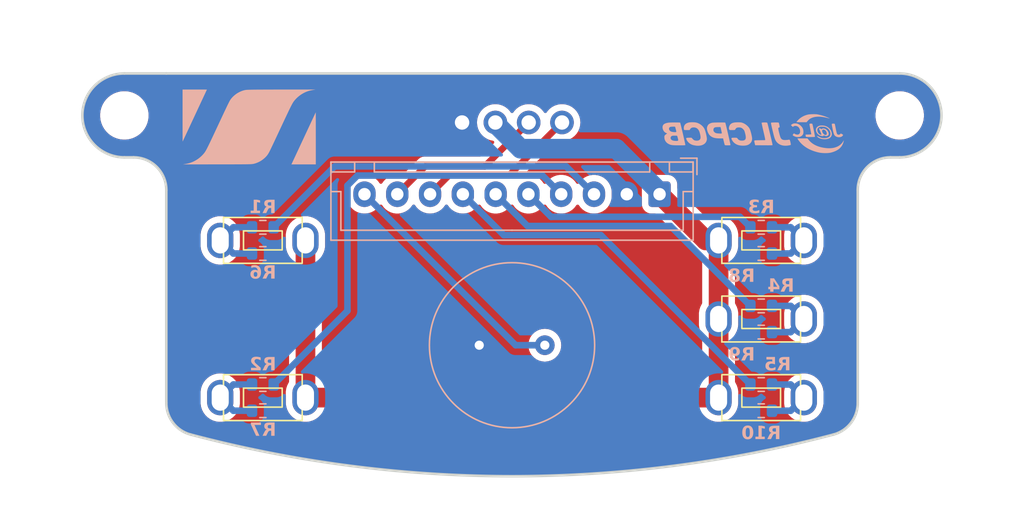
<source format=kicad_pcb>
(kicad_pcb (version 20240108) (generator "pcbnew") (generator_version "8.0")
  (layers (0 "F.Cu" signal) (31 "B.Cu" signal) (34 "B.Paste" user) (35 "F.Paste" user) (36 "B.SilkS" user "B.Silkscreen") (37 "F.SilkS" user "F.Silkscreen") (38 "B.Mask" user) (39 "F.Mask" user) (44 "Edge.Cuts" user))
  (net 0 "")
  (net 1 "GND")
  (net 2 "BUZZER")
  (net 3 "SW-TAC-3")
  (net 4 "SW-TAC-2")
  (net 5 "SW-TAC-1")
  (net 6 "SW-TAC-5")
  (net 7 "+3.3V")
  (net 8 "SDA")
  (net 9 "SW-TAC-4")
  (net 10 "SCL")
  (net 11 "Net-(R1-Pad2)")
  (net 12 "Net-(R2-Pad2)")
  (net 13 "Net-(R3-Pad2)")
  (net 14 "Net-(R4-Pad2)")
  (net 15 "Net-(R10-Pad2)")
  (footprint "@2024-UI:TVBP06-B043C" (layer "F.Cu") (at 119 124 180)
    (property "Reference" "SW5" (hide yes))
    (property "Value" "SW_Push")
  )
  (footprint "MountingHole:MountingHole_3.2mm_M3" (layer "F.Cu") (at 129.560007 102.460003)
    (property "Reference" "REF**" (hide yes))
    (property "Value" "MountingHole_3.2mm_M3")
  )
  (footprint "@2024-UI:TVBP06-B043C" (layer "F.Cu") (at 119 118 180)
    (property "Reference" "SW4" (hide yes))
    (property "Value" "SW_Push")
  )
  (footprint "@2024-UI:TVBP06-B043C" (layer "F.Cu") (at 119 112 180)
    (property "Reference" "SW3" (hide yes))
    (property "Value" "SW_Push")
  )
  (footprint "@2024-UI:Display" (layer "F.Cu") (at 100 103)
    (property "Reference" "U1" (hide yes))
    (property "Value" "~")
  )
  (footprint "MountingHole:MountingHole_3.2mm_M3" (layer "F.Cu") (at 70.439993 102.460003)
    (property "Reference" "REF**" (hide yes))
    (property "Value" "MountingHole_3.2mm_M3")
  )
  (footprint "@2024-UI:TVBP06-B043C" (layer "F.Cu") (at 81 124)
    (property "Reference" "SW2" (hide yes))
    (property "Value" "SW_Push")
  )
  (footprint "@2024-UI:TVBP06-B043C" (layer "F.Cu") (at 81 112)
    (property "Reference" "SW1" (hide yes))
    (property "Value" "SW_Push")
  )
  (footprint "Resistor_SMD:R_0603_1608Metric" (layer "B.Cu") (at 119 119)
    (property "Reference" "R9")
    (property "Value" "10K")
  )
  (footprint "Resistor_SMD:R_0603_1608Metric" (layer "B.Cu") (at 81 113 180)
    (property "Reference" "R6")
    (property "Value" "10K")
  )
  (footprint "Resistor_SMD:R_0603_1608Metric" (layer "B.Cu") (at 81 123 180)
    (property "Reference" "R2")
    (property "Value" "1K")
  )
  (footprint "Resistor_SMD:R_0603_1608Metric" (layer "B.Cu") (at 119 117)
    (property "Reference" "R4")
    (property "Value" "1K")
  )
  (footprint "Resistor_SMD:R_0603_1608Metric" (layer "B.Cu") (at 119 113)
    (property "Reference" "R8")
    (property "Value" "10K")
  )
  (footprint "Resistor_SMD:R_0603_1608Metric" (layer "B.Cu") (at 119 125)
    (property "Reference" "R10")
    (property "Value" "10K")
  )
  (footprint "Resistor_SMD:R_0603_1608Metric" (layer "B.Cu") (at 81 111 180)
    (property "Reference" "R1")
    (property "Value" "1K")
  )
  (footprint "Resistor_SMD:R_0603_1608Metric" (layer "B.Cu") (at 119 123)
    (property "Reference" "R5")
    (property "Value" "1K")
  )
  (footprint "Resistor_SMD:R_0603_1608Metric" (layer "B.Cu") (at 119 111)
    (property "Reference" "R3")
    (property "Value" "1K")
  )
  (footprint "Resistor_SMD:R_0603_1608Metric" (layer "B.Cu") (at 81 125 180)
    (property "Reference" "R7")
    (property "Value" "10K")
  )
  (footprint "Connector_JST:JST_XH_B10B-XH-A_1x10_P2.50mm_Vertical" (layer "B.Cu") (at 111.25 108.475 180)
    (property "Reference" "J1" (hide yes))
    (property "Value" "Conn_01x10_Pin")
  )
  (footprint "@2024-UI:PKM13EPYH4000-A0" (layer "B.Cu") (at 100 120 180)
    (property "Reference" "BZ1" (hide yes))
    (property "Value" "Buzzer")
  )
  (gr_poly (pts (xy 122.785719 103.085511) (xy 122.767192 103.086491) (xy 122.74929 103.088263) (xy 122.732474 103.090817) (xy 122.717203 103.094137) (xy 122.703936 103.098212) (xy 122.698199 103.100529) (xy 122.693135 103.103029) (xy 122.688803 103.105712) (xy 122.685259 103.108574) (xy 122.682561 103.111616) (xy 122.680767 103.114836) (xy 122.680163 103.119349) (xy 122.680313 103.127465) (xy 122.682752 103.153696) (xy 122.687837 103.191916) (xy 122.695319 103.240513) (xy 122.716486 103.362386) (xy 122.744267 103.506419) (xy 122.794979 103.770341) (xy 122.810744 103.855421) (xy 122.815071 103.880815) (xy 122.816587 103.892711) (xy 122.815875 103.895585) (xy 122.813703 103.898261) (xy 122.810017 103.900745) (xy 122.804763 103.903046) (xy 122.797886 103.905171) (xy 122.789333 103.907128) (xy 122.766977 103.91057) (xy 122.737263 103.913433) (xy 122.699757 103.915779) (xy 122.654023 103.91767) (xy 122.599628 103.919169) (xy 122.384434 103.924461) (xy 122.387962 103.977377) (xy 122.390993 104.024082) (xy 122.392799 104.042641) (xy 122.395679 104.058323) (xy 122.400295 104.07137) (xy 122.403461 104.07698) (xy 122.407309 104.082022) (xy 122.411922 104.086525) (xy 122.417383 104.090519) (xy 122.423774 104.094034) (xy 122.431177 104.097101) (xy 122.449353 104.102009) (xy 122.472573 104.105483) (xy 122.501498 104.107763) (xy 122.53679 104.10909) (xy 122.629118 104.109845) (xy 122.754851 104.109669) (xy 122.809292 104.109623) (xy 122.857749 104.109469) (xy 122.900563 104.109181) (xy 122.938075 104.108732) (xy 122.970626 104.108097) (xy 122.985147 104.107702) (xy 122.998557 104.10725) (xy 123.010896 104.10674) (xy 123.022209 104.106166) (xy 123.032537 104.105527) (xy 123.041924 104.104818) (xy 123.050411 104.104037) (xy 123.058041 104.103181) (xy 123.064858 104.102246) (xy 123.070904 104.101228) (xy 123.076221 104.100126) (xy 123.080851 104.098935) (xy 123.084839 104.097652) (xy 123.086605 104.096975) (xy 123.088226 104.096274) (xy 123.089707 104.095549) (xy 123.091054 104.094798) (xy 123.092273 104.094023) (xy 123.093367 104.093221) (xy 123.094344 104.092393) (xy 123.095208 104.091539) (xy 123.095964 104.090658) (xy 123.096618 104.089749) (xy 123.097175 104.088813) (xy 123.09764 104.087848) (xy 123.09802 104.086855) (xy 123.098318 104.085833) (xy 123.098541 104.084782) (xy 123.098693 104.0837) (xy 123.098809 104.081447) (xy 123.090971 104.022753) (xy 123.070173 103.906243) (xy 123.005984 103.5794) (xy 122.938819 103.260163) (xy 122.9143 103.153162) (xy 122.901253 103.10778) (xy 122.898178 103.104751) (xy 122.894281 103.101949) (xy 122.889621 103.09937) (xy 122.884255 103.097014) (xy 122.878241 103.094879) (xy 122.871635 103.092963) (xy 122.856881 103.089783) (xy 122.840452 103.08746) (xy 122.822809 103.085983) (xy 122.804411 103.085337)) (stroke (width -0.000001)) (fill solid) (layer "B.SilkS"))
  (gr_poly (pts (xy 112.25 103) (xy 112.104021 103.003077) (xy 111.986443 103.007848) (xy 111.913989 103.014294) (xy 111.860456 103.024021) (xy 111.810912 103.034734) (xy 111.765254 103.046505) (xy 111.74385 103.052811) (xy 111.723379 103.059411) (xy 111.703828 103.066312) (xy 111.685183 103.073526) (xy 111.667433 103.08106) (xy 111.650564 103.088925) (xy 111.634562 103.097129) (xy 111.619416 103.105683) (xy 111.605113 103.114595) (xy 111.591639 103.123875) (xy 111.578981 103.133533) (xy 111.567127 103.143577) (xy 111.556063 103.154016) (xy 111.545778 103.164862) (xy 111.536257 103.176122) (xy 111.527488 103.187806) (xy 111.519458 103.199923) (xy 111.512154 103.212483) (xy 111.505563 103.225496) (xy 111.499672 103.23897) (xy 111.494469 103.252914) (xy 111.48994 103.267339) (xy 111.486073 103.282254) (xy 111.482854 103.297668) (xy 111.48027 103.31359) (xy 111.47831 103.33003) (xy 111.477056 103.348112) (xy 111.476593 103.366287) (xy 111.476902 103.384524) (xy 111.477969 103.402794) (xy 111.479775 103.421065) (xy 111.482305 103.439306) (xy 111.485543 103.457488) (xy 111.489472 103.475578) (xy 111.494074 103.493548) (xy 111.499335 103.511365) (xy 111.505237 103.528999) (xy 111.511765 103.54642) (xy 111.5189 103.563596) (xy 111.526628 103.580498) (xy 111.534931 103.597095) (xy 111.543793 103.613355) (xy 111.553198 103.629248) (xy 111.563129 103.644743) (xy 111.57357 103.659811) (xy 111.584504 103.674419) (xy 111.595915 103.688538) (xy 111.607785 103.702136) (xy 111.6201 103.715183) (xy 111.632842 103.727649) (xy 111.645995 103.739502) (xy 111.659542 103.750713) (xy 111.673467 103.761249) (xy 111.687754 103.771081) (xy 111.702385 103.780178) (xy 111.717345 103.78851) (xy 111.732617 103.796045) (xy 111.748184 103.802752) (xy 111.762402 103.808949) (xy 111.775273 103.814951) (xy 111.781197 103.817871) (xy 111.786775 103.820732) (xy 111.792005 103.82353) (xy 111.796884 103.826262) (xy 111.801409 103.828924) (xy 111.805577 103.831512) (xy 111.809386 103.834024) (xy 111.812831 103.836456) (xy 111.815911 103.838803) (xy 111.818623 103.841063) (xy 111.820963 103.843232) (xy 111.822929 103.845306) (xy 111.824517 103.847282) (xy 111.825726 103.849156) (xy 111.826551 103.850925) (xy 111.826991 103.852586) (xy 111.827041 103.854133) (xy 111.82692 103.854864) (xy 111.8267 103.855565) (xy 111.826381 103.856236) (xy 111.825964 103.856877) (xy 111.82483 103.858067) (xy 111.823296 103.859129) (xy 111.821359 103.860062) (xy 111.819015 103.860861) (xy 111.816262 103.861522) (xy 111.813097 103.862043) (xy 111.809517 103.862419) (xy 111.805519 103.862647) (xy 111.8011 103.862724) (xy 111.798071 103.863111) (xy 111.79431 103.864247) (xy 111.789873 103.866096) (xy 111.784812 103.868622) (xy 111.779184 103.871789) (xy 111.773041 103.875561) (xy 111.766438 103.879901) (xy 111.759429 103.884773) (xy 111.752069 103.890141) (xy 111.744412 103.89597) (xy 111.728423 103.908861) (xy 111.7202 103.915852) (xy 111.711897 103.923158) (xy 111.703567 103.930743) (xy 111.695267 103.938572) (xy 111.669573 103.963459) (xy 111.659122 103.974104) (xy 111.650122 103.983882) (xy 111.642467 103.993039) (xy 111.636046 104.001824) (xy 111.633265 104.006154) (xy 111.630752 104.010485) (xy 111.628493 104.014846) (xy 111.626475 104.01927) (xy 111.624685 104.023786) (xy 111.623109 104.028427) (xy 111.621733 104.033222) (xy 111.620543 104.038204) (xy 111.61867 104.048849) (xy 111.61738 104.060611) (xy 111.616567 104.073736) (xy 111.61612 104.088475) (xy 111.615892 104.12378) (xy 111.616227 104.144346) (xy 111.617229 104.164697) (xy 111.618893 104.184827) (xy 111.621215 104.204726) (xy 111.624189 104.224387) (xy 111.62781 104.243804) (xy 111.632074 104.262967) (xy 111.636976 104.281869) (xy 111.642511 104.300502) (xy 111.648674 104.318859) (xy 111.655461 104.336931) (xy 111.662866 104.354712) (xy 111.670885 104.372192) (xy 111.679512 104.389366) (xy 111.688744 104.406224) (xy 111.698575 104.422759) (xy 111.708999 104.438964) (xy 111.720014 104.45483) (xy 111.731613 104.470349) (xy 111.743791 104.485515) (xy 111.756545 104.500319) (xy 111.769869 104.514754) (xy 111.783758 104.528811) (xy 111.798207 104.542483) (xy 111.813212 104.555763) (xy 111.828767 104.568642) (xy 111.844868 104.581113) (xy 111.86151 104.593167) (xy 111.878689 104.604798) (xy 111.896399 104.615998) (xy 111.914635 104.626758) (xy 111.933392 104.637072) (xy 111.995814 104.668029) (xy 112.026739 104.681061) (xy 112.05838 104.692579) (xy 112.091417 104.702671) (xy 112.126528 104.711424) (xy 112.164393 104.718926) (xy 112.205692 104.725266) (xy 112.251105 104.730531) (xy 112.301311 104.734809) (xy 112.41882 104.740755) (xy 112.563655 104.743808) (xy 112.741253 104.744669) (xy 112.879711 104.744469) (xy 112.937404 104.744181) (xy 112.988032 104.743732) (xy 113.032067 104.743097) (xy 113.069977 104.74225) (xy 113.102235 104.741166) (xy 113.11639 104.740527) (xy 113.129309 104.739818) (xy 113.141049 104.739037) (xy 113.15167 104.738181) (xy 113.16123 104.737246) (xy 113.169789 104.736228) (xy 113.177404 104.735126) (xy 113.184135 104.733935) (xy 113.19004 104.732652) (xy 113.195179 104.731274) (xy 113.19961 104.729798) (xy 113.203391 104.728221) (xy 113.206583 104.726539) (xy 113.209242 104.724749) (xy 113.211429 104.722848) (xy 113.213201 104.720833) (xy 113.214619 104.7187) (xy 113.21574 104.716447) (xy 113.202307 104.637802) (xy 113.161197 104.445469) (xy 113.138693 104.346231) (xy 112.672077 104.346231) (xy 112.671919 104.350248) (xy 112.671545 104.353926) (xy 112.670959 104.357299) (xy 112.670161 104.360402) (xy 112.669683 104.361863) (xy 112.669152 104.36327) (xy 112.667934 104.365936) (xy 112.666508 104.368437) (xy 112.664875 104.370805) (xy 112.663037 104.373077) (xy 112.660995 104.375286) (xy 112.65875 104.377466) (xy 112.656303 104.379654) (xy 112.653656 104.381882) (xy 112.647767 104.386599) (xy 112.642293 104.390363) (xy 112.636388 104.393724) (xy 112.62995 104.396692) (xy 112.622879 104.399277) (xy 112.615075 104.401491) (xy 112.606436 104.403343) (xy 112.596862 104.404843) (xy 112.586251 104.406002) (xy 112.574504 104.406831) (xy 112.561519 104.407339) (xy 112.531433 104.407435) (xy 112.495187 104.406374) (xy 112.451975 104.404238) (xy 112.407238 104.400907) (xy 112.386039 104.398725) (xy 112.365613 104.396194) (xy 112.345957 104.393313) (xy 112.327068 104.39008) (xy 112.30894 104.386493) (xy 112.291571 104.382548) (xy 112.274957 104.378244) (xy 112.259093 104.373579) (xy 112.243976 104.36855) (xy 112.229601 104.363156) (xy 112.215966 104.357393) (xy 112.203065 104.351259) (xy 112.190896 104.344753) (xy 112.179454 104.337872) (xy 112.168736 104.330614) (xy 112.158737 104.322976) (xy 112.149454 104.314956) (xy 112.140883 104.306553) (xy 112.13302 104.297763) (xy 112.125861 104.288584) (xy 112.119402 104.279015) (xy 112.113639 104.269053) (xy 112.108569 104.258695) (xy 112.104188 104.24794) (xy 112.100491 104.236785) (xy 112.097475 104.225228) (xy 112.095136 104.213266) (xy 112.09347 104.200898) (xy 112.092473 104.188121) (xy 112.092142 104.174933) (xy 112.092306 104.167539) (xy 112.092797 104.160243) (xy 112.093608 104.153052) (xy 112.094736 104.14597) (xy 112.096175 104.139003) (xy 112.097921 104.132156) (xy 112.099968 104.125436) (xy 112.102312 104.118847) (xy 112.104948 104.112394) (xy 112.107871 104.106085) (xy 112.111076 104.099923) (xy 112.114559 104.093914) (xy 112.118315 104.088065) (xy 112.122338 104.08238) (xy 112.126624 104.076865) (xy 112.131168 104.071525) (xy 112.135966 104.066366) (xy 112.141011 104.061393) (xy 112.146301 104.056612) (xy 112.151829 104.052029) (xy 112.15759 104.047648) (xy 112.163581 104.043476) (xy 112.169796 104.039518) (xy 112.17623 104.035778) (xy 112.182879 104.032264) (xy 112.189737 104.02898) (xy 112.1968 104.025932) (xy 112.204063 104.023125) (xy 112.211521 104.020564) (xy 112.21917 104.018256) (xy 112.227003 104.016206) (xy 112.235017 104.014419) (xy 112.249016 104.012248) (xy 112.266802 104.010367) (xy 112.311361 104.007474) (xy 112.363939 104.005737) (xy 112.419784 104.005159) (xy 112.474141 104.005737) (xy 112.522255 104.007474) (xy 112.559373 104.010367) (xy 112.572322 104.012248) (xy 112.58074 104.014419) (xy 112.582925 104.016265) (xy 112.585487 104.019759) (xy 112.58839 104.024814) (xy 112.591598 104.031341) (xy 112.598785 104.048463) (xy 112.606756 104.070422) (xy 112.615224 104.096516) (xy 112.623899 104.12604) (xy 112.632491 104.158293) (xy 112.640711 104.192572) (xy 112.647844 104.221784) (xy 112.654037 104.247428) (xy 112.659299 104.26978) (xy 112.663642 104.289117) (xy 112.665471 104.297741) (xy 112.667075 104.305715) (xy 112.668454 104.313073) (xy 112.669609 104.319851) (xy 112.670542 104.326082) (xy 112.671254 104.3318) (xy 112.671746 104.337042) (xy 112.67202 104.341841) (xy 112.672077 104.346231) (xy 113.138693 104.346231) (xy 113.030752 103.870221) (xy 112.989512 103.695717) (xy 112.522985 103.695717) (xy 112.522916 103.699661) (xy 112.522687 103.703284) (xy 112.522301 103.7066) (xy 112.521759 103.709624) (xy 112.521062 103.712372) (xy 112.520211 103.714859) (xy 112.519207 103.717099) (xy 112.518052 103.719109) (xy 112.516748 103.720902) (xy 112.515295 103.722496) (xy 112.513694 103.723903) (xy 112.511948 103.725141) (xy 112.50752 103.727638) (xy 112.501892 103.729841) (xy 112.487315 103.733392) (xy 112.46878 103.735842) (xy 112.446849 103.73724) (xy 112.422086 103.737636) (xy 112.395055 103.737078) (xy 112.366319 103.735616) (xy 112.336441 103.733299) (xy 112.305983 103.730176) (xy 112.275511 103.726295) (xy 112.245586 103.721707) (xy 112.216772 103.716459) (xy 112.189632 103.710602) (xy 112.16473 103.704185) (xy 112.142629 103.697255) (xy 112.123892 103.689863) (xy 112.109802 103.683255) (xy 112.096312 103.676024) (xy 112.083434 103.66821) (xy 112.071179 103.65985) (xy 112.059558 103.650983) (xy 112.048583 103.641649) (xy 112.038264 103.631886) (xy 112.028614 103.621733) (xy 112.019644 103.611229) (xy 112.011364 103.600411) (xy 112.003787 103.58932) (xy 111.996923 103.577994) (xy 111.990784 103.566472) (xy 111.985381 103.554791) (xy 111.980725 103.542992) (xy 111.976828 103.531113) (xy 111.973701 103.519193) (xy 111.971355 103.50727) (xy 111.969802 103.495383) (xy 111.969052 103.483571) (xy 111.969118 103.471873) (xy 111.97001 103.460327) (xy 111.971741 103.448972) (xy 111.97432 103.437848) (xy 111.97776 103.426992) (xy 111.982071 103.416443) (xy 111.987265 103.406241) (xy 111.993354 103.396424) (xy 112.000349 103.38703) (xy 112.00826 103.378099) (xy 112.017099 103.36967) (xy 112.026878 103.36178) (xy 112.03451 103.356402) (xy 112.042292 103.351496) (xy 112.050373 103.347041) (xy 112.058904 103.343011) (xy 112.068034 103.339385) (xy 112.077914 103.336138) (xy 112.088693 103.333248) (xy 112.10052 103.330691) (xy 112.113547 103.328445) (xy 112.127923 103.326485) (xy 112.143797 103.324789) (xy 112.16132 103.323333) (xy 112.20191 103.321049) (xy 112.250893 103.319447) (xy 112.285829 103.318451) (xy 112.318719 103.318096) (xy 112.348839 103.318361) (xy 112.362635 103.31872) (xy 112.375467 103.319226) (xy 112.387244 103.319877) (xy 112.397877 103.32067) (xy 112.407275 103.321602) (xy 112.415347 103.322671) (xy 112.422004 103.323875) (xy 112.427154 103.32521) (xy 112.429136 103.325927) (xy 112.430707 103.326675) (xy 112.431857 103.327455) (xy 112.432573 103.328266) (xy 112.435433 103.335163) (xy 112.439904 103.348716) (xy 112.452858 103.392648) (xy 112.46978 103.453778) (xy 112.489017 103.525822) (xy 112.495592 103.552342) (xy 112.501433 103.57642) (xy 112.506551 103.598178) (xy 112.510955 103.617737) (xy 112.514657 103.635219) (xy 112.517666 103.650744) (xy 112.519993 103.664435) (xy 112.520904 103.670631) (xy 112.521649 103.676414) (xy 112.522228 103.681798) (xy 112.522643 103.6868) (xy 112.522895 103.691435) (xy 112.522985 103.695717) (xy 112.989512 103.695717) (xy 112.894023 103.291665) (xy 112.845058 103.095198) (xy 112.820628 103.010766) (xy 112.810001 103.007686) (xy 112.78348 103.005058) (xy 112.69112 103.001147) (xy 112.560272 102.999015) (xy 112.407658 102.998639)) (stroke (width -0.000001)) (fill solid) (layer "B.SilkS"))
  (gr_poly (pts (xy 119.941355 103.000083) (xy 119.849147 103.00462) (xy 119.811491 103.00766) (xy 119.781537 103.011183) (xy 119.760838 103.015166) (xy 119.754445 103.017323) (xy 119.750948 103.019586) (xy 119.748198 103.025614) (xy 119.746641 103.03482) (xy 119.747585 103.065061) (xy 119.75473 103.114897) (xy 119.769028 103.188919) (xy 119.822881 103.427871) (xy 119.916753 103.818627) (xy 119.935133 103.893267) (xy 119.952669 103.961988) (xy 119.969506 104.025153) (xy 119.985793 104.083128) (xy 120.001677 104.136276) (xy 120.017305 104.184961) (xy 120.032825 104.229549) (xy 120.048384 104.270403) (xy 120.064128 104.307888) (xy 120.080206 104.342368) (xy 120.096764 104.374207) (xy 120.113951 104.40377) (xy 120.131912 104.431421) (xy 120.150796 104.457524) (xy 120.170749 104.482443) (xy 120.19192 104.506544) (xy 120.230715 104.546293) (xy 120.271677 104.582853) (xy 120.314785 104.616219) (xy 120.360013 104.646387) (xy 120.40734 104.673351) (xy 120.456741 104.697106) (xy 120.508194 104.717646) (xy 120.561675 104.734968) (xy 120.617161 104.749064) (xy 120.674629 104.759931) (xy 120.734056 104.767562) (xy 120.795418 104.771954) (xy 120.858692 104.7731) (xy 120.923854 104.770996) (xy 120.990883 104.765637) (xy 121.059753 104.757016) (xy 121.094928 104.750922) (xy 121.12849 104.744641) (xy 121.159654 104.73832) (xy 121.187635 104.732101) (xy 121.211648 104.726131) (xy 121.22192 104.723284) (xy 121.230906 104.720553) (xy 121.238506 104.717957) (xy 121.244624 104.715513) (xy 121.24916 104.71324) (xy 121.250805 104.712173) (xy 121.252017 104.711155) (xy 121.253897 104.70813) (xy 121.255253 104.703426) (xy 121.256486 104.68942) (xy 121.255905 104.670014) (xy 121.253699 104.646084) (xy 121.250056 104.618506) (xy 121.245165 104.588155) (xy 121.232394 104.522639) (xy 121.216895 104.456545) (xy 121.208593 104.425471) (xy 121.200175 104.39688) (xy 121.19183 104.371647) (xy 121.183746 104.35065) (xy 121.176111 104.334763) (xy 121.172521 104.32901) (xy 121.169114 104.324863) (xy 121.165986 104.322053) (xy 121.162524 104.319575) (xy 121.158685 104.317434) (xy 121.154425 104.31563) (xy 121.149699 104.314168) (xy 121.144465 104.31305) (xy 121.138678 104.312278) (xy 121.132293 104.311855) (xy 121.125268 104.311783) (xy 121.117559 104.312065) (xy 121.10912 104.312703) (xy 121.099909 104.313701) (xy 121.089882 104.315061) (xy 121.078994 104.316785) (xy 121.054462 104.321336) (xy 121.032454 104.324626) (xy 121.006726 104.327812) (xy 120.978187 104.330792) (xy 120.947746 104.333462) (xy 120.916313 104.335719) (xy 120.884798 104.337459) (xy 120.854109 104.338578) (xy 120.825156 104.338974) (xy 120.791548 104.338448) (xy 120.760099 104.336832) (xy 120.730697 104.334068) (xy 120.716728 104.332238) (xy 120.703227 104.3301) (xy 120.690182 104.327647) (xy 120.677577 104.324871) (xy 120.665398 104.321766) (xy 120.653632 104.318325) (xy 120.642263 104.314539) (xy 120.631278 104.310403) (xy 120.620663 104.30591) (xy 120.610403 104.301051) (xy 120.600484 104.29582) (xy 120.590892 104.29021) (xy 120.581612 104.284214) (xy 120.572631 104.277824) (xy 120.563934 104.271034) (xy 120.555507 104.263836) (xy 120.547336 104.256224) (xy 120.539406 104.248189) (xy 120.531704 104.239726) (xy 120.524215 104.230827) (xy 120.516925 104.221485) (xy 120.50982 104.211692) (xy 120.502885 104.201442) (xy 120.496106 104.190728) (xy 120.48947 104.179542) (xy 120.482961 104.167877) (xy 120.471696 104.143261) (xy 120.458656 104.108777) (xy 120.42875 104.01621) (xy 120.396238 103.902188) (xy 120.36412 103.778719) (xy 120.335391 103.657814) (xy 120.31305 103.551481) (xy 120.305211 103.507532) (xy 120.300093 103.47173) (xy 120.29807 103.445576) (xy 120.299517 103.430572) (xy 120.301023 103.427867) (xy 120.302879 103.425059) (xy 120.305067 103.422169) (xy 120.307565 103.419217) (xy 120.310352 103.416223) (xy 120.313408 103.413208) (xy 120.316712 103.410194) (xy 120.320243 103.4072) (xy 120.323981 103.404248) (xy 120.327905 103.401357) (xy 120.331994 103.398549) (xy 120.336228 103.395845) (xy 120.340586 103.393265) (xy 120.345048 103.390829) (xy 120.349592 103.388559) (xy 120.354198 103.386474) (xy 120.358513 103.384761) (xy 120.362838 103.382936) (xy 120.367143 103.381014) (xy 120.371396 103.379005) (xy 120.375566 103.376925) (xy 120.379623 103.374785) (xy 120.383534 103.372599) (xy 120.387271 103.370379) (xy 120.3908 103.368138) (xy 120.394092 103.36589) (xy 120.397115 103.363647) (xy 120.399839 103.361422) (xy 120.402231 103.359228) (xy 120.404262 103.357077) (xy 120.405132 103.356023) (xy 120.4059 103.354984) (xy 120.406562 103.353963) (xy 120.407115 103.35296) (xy 120.407903 103.350682) (xy 120.408299 103.34689) (xy 120.40799 103.335153) (xy 120.406347 103.318532) (xy 120.403532 103.297811) (xy 120.395022 103.2472) (xy 120.383743 103.18958) (xy 120.370976 103.131217) (xy 120.358001 103.078373) (xy 120.346102 103.03731) (xy 120.340956 103.023155) (xy 120.336559 103.014294) (xy 120.333542 103.011911) (xy 120.327599 103.009722) (xy 120.307706 103.005912) (xy 120.278435 103.002841) (xy 120.241337 103.000486) (xy 120.149873 102.99783) (xy 120.045738 102.997757)) (stroke (width -0.000001)) (fill solid) (layer "B.SilkS"))
  (gr_poly (pts (xy 123.597328 103.229113) (xy 123.568193 103.230007) (xy 123.540112 103.231721) (xy 123.513395 103.234271) (xy 123.488353 103.237677) (xy 123.465295 103.241957) (xy 123.444531 103.247127) (xy 123.427872 103.252029) (xy 123.411638 103.257464) (xy 123.395838 103.263419) (xy 123.380483 103.269879) (xy 123.365585 103.276829) (xy 123.351153 103.284257) (xy 123.337199 103.292147) (xy 123.323732 103.300485) (xy 123.310765 103.309257) (xy 123.298306 103.318449) (xy 123.286368 103.328047) (xy 123.27496 103.338036) (xy 123.264094 103.348403) (xy 123.253779 103.359132) (xy 123.244027 103.370211) (xy 123.234849 103.381624) (xy 123.226254 103.393357) (xy 123.218254 103.405397) (xy 123.21086 103.417728) (xy 123.204081 103.430337) (xy 123.197928 103.44321) (xy 123.192413 103.456332) (xy 123.187546 103.46969) (xy 123.183338 103.483268) (xy 123.179798 103.497053) (xy 123.176939 103.51103) (xy 123.17477 103.525186) (xy 123.173302 103.539506) (xy 123.172546 103.553975) (xy 123.172513 103.56858) (xy 123.173213 103.583307) (xy 123.174656 103.598141) (xy 123.177614 103.619175) (xy 123.181511 103.639931) (xy 123.186327 103.660388) (xy 123.19204 103.680527) (xy 123.198629 103.700327) (xy 123.206073 103.719769) (xy 123.21435 103.738833) (xy 123.223439 103.757497) (xy 123.233318 103.775744) (xy 123.243967 103.793551) (xy 123.255364 103.8109) (xy 123.267488 103.82777) (xy 123.280317 103.844142) (xy 123.29383 103.859995) (xy 123.322823 103.890065) (xy 123.354296 103.917819) (xy 123.38808 103.943098) (xy 123.424003 103.965742) (xy 123.461894 103.98559) (xy 123.481525 103.994416) (xy 123.501584 104.002482) (xy 123.522051 104.00977) (xy 123.542902 104.016259) (xy 123.564118 104.021928) (xy 123.585678 104.026758) (xy 123.607558 104.03073) (xy 123.629739 104.033822) (xy 123.643313 104.035328) (xy 123.655647 104.03653) (xy 123.666823 104.037411) (xy 123.676924 104.037956) (xy 123.681597 104.038098) (xy 123.686032 104.03815) (xy 123.690241 104.03811) (xy 123.694232 104.037976) (xy 123.698016 104.037747) (xy 123.701604 104.037421) (xy 123.705006 104.036995) (xy 123.708233 104.036468) (xy 123.711294 104.035837) (xy 123.714199 104.035101) (xy 123.716961 104.034257) (xy 123.719588 104.033305) (xy 123.72209 104.032241) (xy 123.72448 104.031065) (xy 123.726765 104.029773) (xy 123.728958 104.028365) (xy 123.731068 104.026837) (xy 123.733106 104.025189) (xy 123.735082 104.023418) (xy 123.737006 104.021523) (xy 123.738889 104.019501) (xy 123.740741 104.01735) (xy 123.742572 104.015069) (xy 123.744392 104.012655) (xy 123.748194 104.007674) (xy 123.751741 104.003319) (xy 123.755147 103.999594) (xy 123.758531 103.996504) (xy 123.76025 103.9952) (xy 123.762007 103.994056) (xy 123.763817 103.993073) (xy 123.765693 103.992253) (xy 123.767651 103.991596) (xy 123.769705 103.991102) (xy 123.771869 103.990772) (xy 123.774158 103.990606) (xy 123.776587 103.990607) (xy 123.779169 103.990773) (xy 123.784855 103.991605) (xy 123.791331 103.99311) (xy 123.798715 103.995292) (xy 123.807121 103.998155) (xy 123.816667 104.001707) (xy 123.839642 104.010891) (xy 123.859741 104.018559) (xy 123.879054 104.025026) (xy 123.897623 104.030289) (xy 123.91549 104.034345) (xy 123.932694 104.037192) (xy 123.941062 104.038161) (xy 123.949279 104.038827) (xy 123.957352 104.03919) (xy 123.965285 104.039248) (xy 123.973084 104.039002) (xy 123.980753 104.038452) (xy 123.988299 104.037597) (xy 123.995726 104.036436) (xy 124.003039 104.03497) (xy 124.010243 104.033198) (xy 124.017345 104.03112) (xy 124.024348 104.028735) (xy 124.031258 104.026044) (xy 124.03808 104.023045) (xy 124.044819 104.019739) (xy 124.051481 104.016125) (xy 124.058071 104.012203) (xy 124.064593 104.007973) (xy 124.071054 104.003434) (xy 124.077457 103.998586) (xy 124.090115 103.98796) (xy 124.099197 103.979693) (xy 124.107295 103.972006) (xy 124.114458 103.96478) (xy 124.120735 103.957892) (xy 124.126174 103.951221) (xy 124.130825 103.944645) (xy 124.134738 103.938044) (xy 124.136432 103.934696) (xy 124.13796 103.931296) (xy 124.139328 103.927828) (xy 124.140542 103.924278) (xy 124.142532 103.916871) (xy 124.143979 103.908952) (xy 124.144933 103.9004) (xy 124.145442 103.891093) (xy 124.145556 103.880911) (xy 124.145324 103.869731) (xy 124.144795 103.857433) (xy 124.143976 103.845086) (xy 123.998392 103.845086) (xy 123.998077 103.859355) (xy 123.997111 103.872422) (xy 123.996374 103.878518) (xy 123.995462 103.884327) (xy 123.994373 103.889856) (xy 123.993101 103.895108) (xy 123.991643 103.900089) (xy 123.989995 103.904804) (xy 123.988153 103.909257) (xy 123.986114 103.913453) (xy 123.983873 103.917398) (xy 123.981427 103.921095) (xy 123.978771 103.92455) (xy 123.975903 103.927768) (xy 123.972817 103.930753) (xy 123.96951 103.93351) (xy 123.965979 103.936045) (xy 123.962219 103.938362) (xy 123.958226 103.940465) (xy 123.953997 103.94236) (xy 123.949528 103.944052) (xy 123.944814 103.945545) (xy 123.939853 103.946844) (xy 123.934639 103.947954) (xy 123.92917 103.94888) (xy 123.923441 103.949627) (xy 123.911188 103.950602) (xy 123.897851 103.950919) (xy 123.887505 103.950419) (xy 123.876996 103.948945) (xy 123.866354 103.946537) (xy 123.855614 103.943233) (xy 123.844806 103.939072) (xy 123.833963 103.934094) (xy 123.823118 103.928338) (xy 123.812302 103.921842) (xy 123.790889 103.906789) (xy 123.769982 103.889248) (xy 123.749841 103.869532) (xy 123.730722 103.847952) (xy 123.712885 103.824822) (xy 123.696588 103.800454) (xy 123.682089 103.775162) (xy 123.669648 103.749257) (xy 123.659521 103.723052) (xy 123.655406 103.709935) (xy 123.651967 103.69686) (xy 123.649236 103.683867) (xy 123.647246 103.670994) (xy 123.646028 103.658281) (xy 123.645615 103.645766) (xy 123.645736 103.639468) (xy 123.64609 103.633171) (xy 123.646661 103.626914) (xy 123.647434 103.620741) (xy 123.648392 103.614691) (xy 123.649521 103.608807) (xy 123.650805 103.60313) (xy 123.652229 103.5977) (xy 123.653777 103.59256) (xy 123.655433 103.587751) (xy 123.657182 103.583313) (xy 123.659009 103.579289) (xy 123.660898 103.57572) (xy 123.662833 103.572647) (xy 123.663813 103.57131) (xy 123.664799 103.570112) (xy 123.665789 103.569058) (xy 123.666781 103.568155) (xy 123.678591 103.560003) (xy 123.690834 103.553378) (xy 123.703457 103.548236) (xy 123.716408 103.544532) (xy 123.729634 103.542222) (xy 123.743083 103.541261) (xy 123.756701 103.541606) (xy 123.770437 103.543212) (xy 123.784238 103.546036) (xy 123.79805 103.550032) (xy 123.811822 103.555156) (xy 123.8255 103.561365) (xy 123.839033 103.568613) (xy 123.852366 103.576858) (xy 123.865449 103.586054) (xy 123.878227 103.596157) (xy 123.890649 103.607123) (xy 123.902662 103.618908) (xy 123.914213 103.631467) (xy 123.925249 103.644757) (xy 123.935719 103.658732) (xy 123.945568 103.67335) (xy 123.954745 103.688565) (xy 123.963197 103.704333) (xy 123.970871 103.72061) (xy 123.977715 103.737352) (xy 123.983676 103.754514) (xy 123.988701 103.772053) (xy 123.992738 103.789924) (xy 123.995734 103.808082) (xy 123.997636 103.826484) (xy 123.998392 103.845086) (xy 124.143976 103.845086) (xy 124.143556 103.838748) (xy 124.141188 103.820089) (xy 124.137728 103.801495) (xy 124.133216 103.783001) (xy 124.12769 103.764646) (xy 124.121188 103.746467) (xy 124.113749 103.7285) (xy 124.105411 103.710782) (xy 124.096212 103.693351) (xy 124.086192 103.676244) (xy 124.075388 103.659499) (xy 124.063839 103.643151) (xy 124.051583 103.627239) (xy 124.038659 103.6118) (xy 124.025105 103.59687) (xy 124.01096 103.582487) (xy 123.996262 103.568687) (xy 123.981049 103.555509) (xy 123.965361 103.54299) (xy 123.949234 103.531165) (xy 123.932709 103.520073) (xy 123.915822 103.509751) (xy 123.898614 103.500235) (xy 123.881121 103.491564) (xy 123.863383 103.483773) (xy 123.845438 103.476901) (xy 123.827325 103.470984) (xy 123.809081 103.46606) (xy 123.790745 103.462165) (xy 123.772357 103.459337) (xy 123.753953 103.457613) (xy 123.735573 103.45703) (xy 123.727931 103.457193) (xy 123.720242 103.457671) (xy 123.712543 103.458449) (xy 123.70487 103.45951) (xy 123.697259 103.460841) (xy 123.689746 103.462425) (xy 123.682368 103.464247) (xy 123.67516 103.46629) (xy 123.668158 103.468541) (xy 123.6614 103.470983) (xy 123.654921 103.4736) (xy 123.648756 103.476378) (xy 123.642944 103.4793) (xy 123.637518 103.482351) (xy 123.632517 103.485517) (xy 123.627976 103.48878) (xy 123.620807 103.494361) (xy 123.614447 103.499198) (xy 123.608795 103.503291) (xy 123.606202 103.505058) (xy 123.60375 103.506639) (xy 123.601423 103.508035) (xy 123.599211 103.509244) (xy 123.5971 103.510267) (xy 123.595078 103.511104) (xy 123.593133 103.511755) (xy 123.59125 103.51222) (xy 123.589419 103.512499) (xy 123.587627 103.512592) (xy 123.58586 103.512499) (xy 123.584106 103.51222) (xy 123.582353 103.511755) (xy 123.580588 103.511104) (xy 123.578799 103.510267) (xy 123.576972 103.509244) (xy 123.575096 103.508035) (xy 123.573157 103.506639) (xy 123.571144 103.505058) (xy 123.569043 103.503291) (xy 123.564527 103.499198) (xy 123.559511 103.494361) (xy 123.553892 103.48878) (xy 123.550343 103.485517) (xy 123.546334 103.482351) (xy 123.541901 103.4793) (xy 123.53708 103.476378) (xy 123.531908 103.4736) (xy 123.526421 103.470983) (xy 123.520655 103.468541) (xy 123.514646 103.46629) (xy 123.50843 103.464247) (xy 123.502044 103.462425) (xy 123.495523 103.460841) (xy 123.488904 103.45951) (xy 123.482223 103.458449) (xy 123.475516 103.457671) (xy 123.46882 103.457193) (xy 123.46217 103.45703) (xy 123.400434 103.45703) (xy 123.497448 103.675752) (xy 123.516734 103.720494) (xy 123.534655 103.762817) (xy 123.55084 103.801791) (xy 123.564917 103.836487) (xy 123.576513 103.865973) (xy 123.585256 103.889321) (xy 123.590775 103.905599) (xy 123.592209 103.910796) (xy 123.592698 103.913877) (xy 123.592514 103.916275) (xy 123.591971 103.918507) (xy 123.591082 103.920574) (xy 123.589859 103.922476) (xy 123.588316 103.924212) (xy 123.586466 103.925783) (xy 123.584321 103.927189) (xy 123.581894 103.928429) (xy 123.579199 103.929504) (xy 123.576248 103.930414) (xy 123.56963 103.931737) (xy 123.562143 103.932398) (xy 123.553892 103.932398) (xy 123.54498 103.931737) (xy 123.535509 103.930414) (xy 123.525584 103.928429) (xy 123.515307 103.925783) (xy 123.504783 103.922476) (xy 123.494113 103.918507) (xy 123.483402 103.913877) (xy 123.472753 103.908586) (xy 123.45761 103.900051) (xy 123.442948 103.890683) (xy 123.428784 103.880527) (xy 123.415134 103.869628) (xy 123.402016 103.858032) (xy 123.389445 103.845783) (xy 123.377437 103.832927) (xy 123.366011 103.819509) (xy 123.355181 103.805574) (xy 123.344964 103.791168) (xy 123.326437 103.761122) (xy 123.31056 103.729732) (xy 123.297467 103.69736) (xy 123.287288 103.664368) (xy 123.283333 103.647752) (xy 123.280155 103.631118) (xy 123.277773 103.614508) (xy 123.276201 103.597971) (xy 123.275457 103.581549) (xy 123.275556 103.565289) (xy 123.276516 103.549235) (xy 123.278353 103.533434) (xy 123.281083 103.517929) (xy 123.284724 103.502767) (xy 123.28929 103.487993) (xy 123.294799 103.473651) (xy 123.301268 103.459787) (xy 123.308712 103.446447) (xy 123.312712 103.440687) (xy 123.3174 103.434685) (xy 123.322719 103.428487) (xy 123.328611 103.422138) (xy 123.335019 103.415686) (xy 123.341888 103.409178) (xy 123.34916 103.402659) (xy 123.356778 103.396176) (xy 123.364685 103.389776) (xy 123.372825 103.383505) (xy 123.381141 103.377409) (xy 123.389575 103.371536) (xy 123.398072 103.365932) (xy 123.406573 103.360643) (xy 123.415023 103.355716) (xy 123.423365 103.351197) (xy 123.44839 103.339993) (xy 123.460168 103.335368) (xy 123.471761 103.331353) (xy 123.483395 103.327916) (xy 123.495298 103.325028) (xy 123.507697 103.322656) (xy 123.520819 103.32077) (xy 123.534893 103.319338) (xy 123.550144 103.31833) (xy 123.566801 103.317715) (xy 123.585091 103.317462) (xy 123.62748 103.317917) (xy 123.679129 103.319447) (xy 123.732372 103.321531) (xy 123.755236 103.32276) (xy 123.776005 103.324215) (xy 123.794985 103.325969) (xy 123.812485 103.328097) (xy 123.828811 103.330675) (xy 123.844273 103.333778) (xy 123.859176 103.33748) (xy 123.873828 103.341857) (xy 123.888537 103.346983) (xy 123.903611 103.352933) (xy 123.919356 103.359782) (xy 123.936081 103.367606) (xy 123.954092 103.376478) (xy 123.973698 103.386474) (xy 124.008829 103.405952) (xy 124.042086 103.427285) (xy 124.073417 103.450385) (xy 124.102765 103.475165) (xy 124.130077 103.501536) (xy 124.155299 103.529411) (xy 124.178377 103.558703) (xy 124.199255 103.589322) (xy 124.217881 103.621181) (xy 124.234199 103.654193) (xy 124.248155 103.688269) (xy 124.259696 103.723322) (xy 124.268766 103.759264) (xy 124.275313 103.796007) (xy 124.27928 103.833463) (xy 124.280615 103.871544) (xy 124.280336 103.885946) (xy 124.279501 103.900046) (xy 124.278112 103.913843) (xy 124.27617 103.927334) (xy 124.273679 103.940517) (xy 124.270638 103.953392) (xy 124.267052 103.965954) (xy 124.262921 103.978204) (xy 124.258247 103.990138) (xy 124.253032 104.001756) (xy 124.247279 104.013054) (xy 124.240989 104.024031) (xy 124.234164 104.034685) (xy 124.226806 104.045014) (xy 124.218918 104.055016) (xy 124.2105 104.06469) (xy 124.201555 104.074032) (xy 124.192085 104.083043) (xy 124.182092 104.091718) (xy 124.171577 104.100057) (xy 124.160543 104.108058) (xy 124.148992 104.115718) (xy 124.136925 104.123035) (xy 124.124345 104.130009) (xy 124.097652 104.142915) (xy 124.068927 104.154421) (xy 124.038187 104.164511) (xy 124.005448 104.173169) (xy 123.966897 104.181212) (xy 123.928057 104.187494) (xy 123.889052 104.192028) (xy 123.850005 104.194832) (xy 123.811041 104.195919) (xy 123.772284 104.195307) (xy 123.733857 104.19301) (xy 123.695885 104.189044) (xy 123.658492 104.183424) (xy 123.621802 104.176166) (xy 123.585939 104.167286) (xy 123.551026 104.156798) (xy 123.517188 104.144718) (xy 123.484549 104.131063) (xy 123.453234 104.115847) (xy 123.423365 104.099086) (xy 123.413 104.092889) (xy 123.402463 104.086887) (xy 123.391828 104.081106) (xy 123.381169 104.075576) (xy 123.370562 104.070325) (xy 123.360082 104.065382) (xy 123.349803 104.060775) (xy 123.3398 104.056532) (xy 123.330149 104.052681) (xy 123.320925 104.049252) (xy 123.312201 104.046273) (xy 123.304054 104.043771) (xy 123.296558 104.041776) (xy 123.289788 104.040316) (xy 123.283819 104.039419) (xy 123.278726 104.039113) (xy 123.232864 104.039113) (xy 123.291073 104.099086) (xy 123.307304 104.114809) (xy 123.324862 104.129891) (xy 123.363692 104.158086) (xy 123.407023 104.183584) (xy 123.454315 104.206297) (xy 123.505028 104.226136) (xy 123.558622 104.243015) (xy 123.614557 104.256844) (xy 123.672293 104.267537) (xy 123.73129 104.275005) (xy 123.791008 104.279161) (xy 123.850906 104.279916) (xy 123.910446 104.277183) (xy 123.969086 104.270874) (xy 124.026287 104.260902) (xy 124.081509 104.247177) (xy 124.134212 104.229613) (xy 124.150039 104.223389) (xy 124.165433 104.216631) (xy 124.194887 104.201574) (xy 124.222501 104.184558) (xy 124.248203 104.1657) (xy 124.271921 104.145116) (xy 124.293582 104.122922) (xy 124.313114 104.099235) (xy 124.330444 104.074171) (xy 124.345501 104.047845) (xy 124.358212 104.020375) (xy 124.363665 104.006248) (xy 124.368504 103.991877) (xy 124.372721 103.977279) (xy 124.376306 103.962467) (xy 124.37925 103.947456) (xy 124.381544 103.932261) (xy 124.383179 103.916895) (xy 124.384147 103.901375) (xy 124.384437 103.885714) (xy 124.384042 103.869926) (xy 124.382951 103.854027) (xy 124.381156 103.83803) (xy 124.372197 103.787195) (xy 124.359917 103.737933) (xy 124.344387 103.69033) (xy 124.325676 103.644471) (xy 124.303855 103.600441) (xy 124.278992 103.558326) (xy 124.251158 103.518211) (xy 124.220422 103.480181) (xy 124.186854 103.444321) (xy 124.150524 103.410718) (xy 124.111502 103.379455) (xy 124.069857 103.350618) (xy 124.02566 103.324293) (xy 123.978979 103.300564) (xy 123.929885 103.279518) (xy 123.878448 103.261238) (xy 123.855824 103.254937) (xy 123.831154 103.249274) (xy 123.804747 103.244267) (xy 123.776914 103.239934) (xy 123.747965 103.236294) (xy 123.71821 103.233364) (xy 123.687958 103.231163) (xy 123.657521 103.229709) (xy 123.627207 103.229019)) (stroke (width -0.000001)) (fill solid) (layer "B.SilkS"))
  (gr_poly (pts (xy 81.595568 100.487614) (xy 80.588928 100.491872) (xy 80.248525 100.4954) (xy 79.999998 100.5) (xy 79.830797 100.505778) (xy 79.72837 100.51284) (xy 79.684279 100.518475) (xy 79.638666 100.52639) (xy 79.591748 100.536497) (xy 79.543741 100.548708) (xy 79.494859 100.562934) (xy 79.445318 100.579087) (xy 79.395333 100.597079) (xy 79.345121 100.616822) (xy 79.294897 100.638226) (xy 79.244875 100.661203) (xy 79.195272 100.685666) (xy 79.146303 100.711526) (xy 79.098184 100.738694) (xy 79.05113 100.767082) (xy 79.005356 100.796602) (xy 78.961079 100.827166) (xy 78.928883 100.850699) (xy 78.897036 100.875011) (xy 78.865616 100.900025) (xy 78.834699 100.925665) (xy 78.804362 100.951854) (xy 78.774681 100.978514) (xy 78.745733 101.00557) (xy 78.717596 101.032945) (xy 78.690345 101.060562) (xy 78.664058 101.088343) (xy 78.638811 101.116213) (xy 78.614681 101.144095) (xy 78.591745 101.171912) (xy 78.570079 101.199586) (xy 78.549761 101.227042) (xy 78.530866 101.254203) (xy 78.49239 101.314869) (xy 78.446497 101.396235) (xy 78.302002 101.684019) (xy 78.036459 102.243464) (xy 77.58895 103.200478) (xy 77.340373 103.732515) (xy 77.138629 104.161817) (xy 76.977563 104.500892) (xy 76.851026 104.762247) (xy 76.752866 104.958391) (xy 76.712505 105.035918) (xy 76.676931 105.101832) (xy 76.645375 105.157697) (xy 76.617069 105.205076) (xy 76.591243 105.245533) (xy 76.567129 105.280632) (xy 76.546533 105.308693) (xy 76.524503 105.337244) (xy 76.501141 105.366177) (xy 76.47655 105.395387) (xy 76.450834 105.424767) (xy 76.424096 105.454212) (xy 76.396438 105.483615) (xy 76.367964 105.51287) (xy 76.338776 105.541871) (xy 76.308979 105.570511) (xy 76.278675 105.598685) (xy 76.247967 105.626285) (xy 76.216958 105.653207) (xy 76.185751 105.679344) (xy 76.15445 105.704589) (xy 76.123157 105.728836) (xy 76.081146 105.760012) (xy 76.03849 105.790219) (xy 75.995236 105.819432) (xy 75.951435 105.847626) (xy 75.907134 105.874775) (xy 75.862383 105.900854) (xy 75.81723 105.925836) (xy 75.771725 105.949697) (xy 75.725916 105.972411) (xy 75.679852 105.993952) (xy 75.633581 106.014295) (xy 75.587154 106.033413) (xy 75.540617 106.051282) (xy 75.494021 106.067876) (xy 75.447414 106.08317) (xy 75.400846 106.097137) (xy 75.360194 106.108531) (xy 75.321694 106.118741) (xy 75.283727 106.12812) (xy 75.244675 106.137022) (xy 75.20292 106.1458) (xy 75.156842 106.154807) (xy 75.045246 106.174924) (xy 74.897079 106.200324) (xy 77.241287 106.198207) (xy 78.805578 106.196181) (xy 79.314119 106.194347) (xy 79.678166 106.191526) (xy 79.814889 106.189644) (xy 79.926152 106.187391) (xy 80.015507 106.184728) (xy 80.086509 106.181613) (xy 80.142712 106.178005) (xy 80.187669 106.173862) (xy 80.224936 106.169145) (xy 80.258066 106.163811) (xy 80.286373 106.158424) (xy 80.315651 106.152015) (xy 80.34578 106.144629) (xy 80.376641 106.136311) (xy 80.440074 106.117061) (xy 80.504989 106.094623) (xy 80.570424 106.069357) (xy 80.63542 106.041623) (xy 80.699014 106.011781) (xy 80.760246 105.980191) (xy 80.806994 105.953954) (xy 80.853294 105.926116) (xy 80.899021 105.896791) (xy 80.944048 105.866089) (xy 80.988251 105.834122) (xy 81.031503 105.801002) (xy 81.07368 105.766839) (xy 81.114655 105.731747) (xy 81.154303 105.695836) (xy 81.192498 105.659218) (xy 81.229115 105.622005) (xy 81.264029 105.584308) (xy 81.297113 105.546239) (xy 81.328242 105.507909) (xy 81.35729 105.469431) (xy 81.384133 105.430916) (xy 81.422671 105.369932) (xy 81.466716 105.292596) (xy 81.522022 105.18707) (xy 81.594344 105.041515) (xy 81.813056 104.582967) (xy 82.168887 103.822249) (xy 82.678541 102.733025) (xy 83.001266 102.052186) (xy 83.068818 101.914413) (xy 83.142818 101.767561) (xy 83.210072 101.637477) (xy 83.237045 101.5868) (xy 83.257383 101.550007) (xy 83.285165 101.502982) (xy 83.312259 101.459652) (xy 83.339415 101.419001) (xy 83.353251 101.399363) (xy 83.367383 101.380012) (xy 83.381907 101.360823) (xy 83.396914 101.341668) (xy 83.428759 101.302952) (xy 83.463666 101.262847) (xy 83.502387 101.220336) (xy 83.555085 101.165424) (xy 83.609721 101.112253) (xy 83.666186 101.060891) (xy 83.724373 101.011406) (xy 83.784171 100.963866) (xy 83.845473 100.918336) (xy 83.908171 100.874886) (xy 83.972155 100.833582) (xy 84.037317 100.794491) (xy 84.103549 100.757682) (xy 84.170743 100.723222) (xy 84.238789 100.691178) (xy 84.307579 100.661617) (xy 84.377005 100.634608) (xy 84.446957 100.610217) (xy 84.517329 100.588511) (xy 84.553681 100.578314) (xy 84.59066 100.568643) (xy 84.629089 100.559332) (xy 84.669795 100.550213) (xy 84.713601 100.541119) (xy 84.761333 100.531882) (xy 84.87187 100.512311) (xy 85.020037 100.486911) (xy 83.120329 100.486382)) (stroke (width -0.000001)) (fill solid) (layer "B.SilkS"))
  (gr_poly (pts (xy 121.784712 104.266655) (xy 121.791981 104.279598) (xy 121.802847 104.296779) (xy 121.816772 104.317474) (xy 121.833219 104.340959) (xy 121.85165 104.366511) (xy 121.871528 104.393407) (xy 121.892316 104.420923) (xy 121.913476 104.448335) (xy 121.977829 104.525243) (xy 122.046473 104.599169) (xy 122.11932 104.670066) (xy 122.196277 104.737889) (xy 122.277254 104.80259) (xy 122.362161 104.864124) (xy 122.450908 104.922443) (xy 122.543404 104.977502) (xy 122.639559 105.029254) (xy 122.739282 105.077651) (xy 122.842483 105.122648) (xy 122.949071 105.164199) (xy 123.058957 105.202256) (xy 123.172048 105.236773) (xy 123.288256 105.267704) (xy 123.407489 105.295002) (xy 123.461416 105.305234) (xy 123.518339 105.314098) (xy 123.577743 105.321594) (xy 123.63911 105.327717) (xy 123.701925 105.332466) (xy 123.765669 105.335837) (xy 123.829827 105.337829) (xy 123.893882 105.338438) (xy 123.957316 105.337662) (xy 124.019614 105.335499) (xy 124.080258 105.331946) (xy 124.138732 105.327) (xy 124.194518 105.320659) (xy 124.247101 105.31292) (xy 124.295962 105.303781) (xy 124.340587 105.293238) (xy 124.436255 105.265969) (xy 124.526825 105.235736) (xy 124.612326 105.202511) (xy 124.692786 105.166266) (xy 124.768233 105.126972) (xy 124.838696 105.0846) (xy 124.872067 105.062251) (xy 124.904203 105.039123) (xy 124.935107 105.01521) (xy 124.964783 104.990511) (xy 124.993234 104.965021) (xy 125.020464 104.938737) (xy 125.046476 104.911655) (xy 125.071274 104.883772) (xy 125.094862 104.855083) (xy 125.117243 104.825587) (xy 125.13842 104.795278) (xy 125.158397 104.764154) (xy 125.177178 104.732211) (xy 125.194767 104.699446) (xy 125.211166 104.665854) (xy 125.226379 104.631432) (xy 125.240411 104.596177) (xy 125.253264 104.560085) (xy 125.264941 104.523153) (xy 125.275448 104.485377) (xy 125.287495 104.437515) (xy 125.29211 104.418284) (xy 125.29576 104.402116) (xy 125.298429 104.388955) (xy 125.300098 104.378748) (xy 125.300551 104.374735) (xy 125.300748 104.37144) (xy 125.300686 104.368856) (xy 125.300363 104.366976) (xy 125.299776 104.365794) (xy 125.298923 104.365303) (xy 125.297802 104.365496) (xy 125.296411 104.366366) (xy 125.294748 104.367907) (xy 125.292809 104.370112) (xy 125.288098 104.376485) (xy 125.282261 104.385431) (xy 125.275279 104.396897) (xy 125.257809 104.427169) (xy 125.212439 104.499445) (xy 125.161749 104.566747) (xy 125.105876 104.629021) (xy 125.044957 104.686213) (xy 124.979129 104.738268) (xy 124.908528 104.785132) (xy 124.833292 104.826751) (xy 124.753557 104.86307) (xy 124.669461 104.894036) (xy 124.581141 104.919594) (xy 124.488732 104.939689) (xy 124.392373 104.954269) (xy 124.292201 104.963277) (xy 124.188351 104.966661) (xy 124.080962 104.964365) (xy 123.97017 104.956336) (xy 123.858724 104.943607) (xy 123.750645 104.927266) (xy 123.645992 104.907339) (xy 123.544825 104.883851) (xy 123.447202 104.856828) (xy 123.353184 104.826297) (xy 123.26283 104.792283) (xy 123.1762 104.754811) (xy 123.093352 104.713909) (xy 123.014346 104.6696) (xy 122.939241 104.621912) (xy 122.868098 104.570871) (xy 122.800975 104.516501) (xy 122.737932 104.458829) (xy 122.679028 104.397881) (xy 122.624323 104.333683) (xy 122.529073 104.215502) (xy 121.756489 104.215502)) (stroke (width -0.000001)) (fill solid) (layer "B.SilkS"))
  (gr_poly (pts (xy 124.487418 103.087579) (xy 124.46932 103.088164) (xy 124.451878 103.089255) (xy 124.435534 103.090858) (xy 124.42073 103.092977) (xy 124.407907 103.095619) (xy 124.397509 103.098787) (xy 124.393356 103.100571) (xy 124.389976 103.102488) (xy 124.386693 103.105254) (xy 124.38414 103.10973) (xy 124.38234 103.116139) (xy 124.381322 103.124702) (xy 124.381109 103.135643) (xy 124.381728 103.149183) (xy 124.385566 103.18495) (xy 124.393042 103.233781) (xy 124.404362 103.297453) (xy 124.439365 103.476433) (xy 124.453524 103.545054) (xy 124.466984 103.607608) (xy 124.47987 103.664437) (xy 124.492309 103.715881) (xy 124.504427 103.762281) (xy 124.516352 103.803979) (xy 124.52821 103.841315) (xy 124.540127 103.874631) (xy 124.546147 103.889887) (xy 124.55223 103.904267) (xy 124.558391 103.917812) (xy 124.564645 103.930565) (xy 124.57101 103.942569) (xy 124.5775 103.953866) (xy 124.584132 103.964499) (xy 124.590921 103.974511) (xy 124.597883 103.983944) (xy 124.605034 103.992841) (xy 124.61239 104.001244) (xy 124.619967 104.009196) (xy 124.62778 104.01674) (xy 124.635845 104.023919) (xy 124.644178 104.030774) (xy 124.652795 104.03735) (xy 124.669628 104.049158) (xy 124.68702 104.060111) (xy 124.704919 104.070212) (xy 124.723275 104.079462) (xy 124.742037 104.087865) (xy 124.761153 104.095423) (xy 124.780573 104.102139) (xy 124.800245 104.108015) (xy 124.820119 104.113054) (xy 124.840144 104.117258) (xy 124.860268 104.120631) (xy 124.88044 104.123174) (xy 124.90061 104.12489) (xy 124.920726 104.125782) (xy 124.940738 104.125852) (xy 124.960594 104.125103) (xy 124.980243 104.123538) (xy 124.999634 104.121158) (xy 125.018717 104.117968) (xy 125.03744 104.113968) (xy 125.055752 104.109163) (xy 125.073602 104.103554) (xy 125.09094 104.097144) (xy 125.107713 104.089935) (xy 125.123872 104.081931) (xy 125.139364 104.073134) (xy 125.15414 104.063546) (xy 125.168147 104.053169) (xy 125.181335 104.042008) (xy 125.193654 104.030063) (xy 125.205051 104.017338) (xy 125.215476 104.003835) (xy 125.223191 103.992915) (xy 125.229742 103.983193) (xy 125.235036 103.974504) (xy 125.238985 103.966684) (xy 125.240426 103.963047) (xy 125.241497 103.959566) (xy 125.242186 103.956219) (xy 125.242482 103.952986) (xy 125.242373 103.949846) (xy 125.241849 103.946778) (xy 125.240898 103.943762) (xy 125.239509 103.940776) (xy 125.23767 103.937802) (xy 125.23537 103.934816) (xy 125.232598 103.9318) (xy 125.229342 103.928732) (xy 125.225592 103.925592) (xy 125.221335 103.922359) (xy 125.211259 103.915531) (xy 125.199022 103.908083) (xy 125.184535 103.899849) (xy 125.148448 103.880363) (xy 125.074365 103.83803) (xy 125.024976 103.885655) (xy 125.019583 103.890647) (xy 125.013995 103.895369) (xy 125.008226 103.899822) (xy 125.002286 103.904004) (xy 124.996189 103.907914) (xy 124.989947 103.911553) (xy 124.977075 103.918011) (xy 124.963769 103.923374) (xy 124.950128 103.927637) (xy 124.936248 103.930794) (xy 124.922229 103.932839) (xy 124.908169 103.933768) (xy 124.894165 103.933576) (xy 124.880317 103.932258) (xy 124.866722 103.929807) (xy 124.853478 103.92622) (xy 124.847019 103.923999) (xy 124.840684 103.921491) (xy 124.834486 103.918696) (xy 124.828437 103.915614) (xy 124.82255 103.912244) (xy 124.816837 103.908586) (xy 124.808489 103.901763) (xy 124.800572 103.89361) (xy 124.792982 103.883746) (xy 124.78561 103.871792) (xy 124.778353 103.857368) (xy 124.771103 103.840094) (xy 124.763755 103.81959) (xy 124.756203 103.795476) (xy 124.740063 103.734901) (xy 124.721835 103.65533) (xy 124.700672 103.553723) (xy 124.675726 103.427044) (xy 124.663871 103.364918) (xy 124.652327 103.30641) (xy 124.641402 103.252822) (xy 124.631408 103.205455) (xy 124.622654 103.165613) (xy 124.61545 103.134597) (xy 124.610107 103.113709) (xy 124.60823 103.10747) (xy 124.606934 103.104252) (xy 124.605315 103.102325) (xy 124.602811 103.100512) (xy 124.599478 103.098814) (xy 124.595369 103.097231) (xy 124.585048 103.094416) (xy 124.57229 103.09207) (xy 124.557538 103.090201) (xy 124.541233 103.088811) (xy 124.523816 103.087908) (xy 124.505731 103.087495)) (stroke (width -0.000001)) (fill solid) (layer "B.SilkS"))
  (gr_poly (pts (xy 113.681313 102.982496) (xy 113.638368 102.98429) (xy 113.597043 102.987009) (xy 113.557898 102.990658) (xy 113.521495 102.995242) (xy 113.488394 103.000768) (xy 113.459156 103.007238) (xy 113.415272 103.019744) (xy 113.374238 103.03411) (xy 113.336051 103.050336) (xy 113.318025 103.059147) (xy 113.300709 103.068423) (xy 113.284104 103.078164) (xy 113.26821 103.08837) (xy 113.253025 103.099042) (xy 113.238549 103.110178) (xy 113.224783 103.121779) (xy 113.211726 103.133846) (xy 113.199378 103.146377) (xy 113.187738 103.159374) (xy 113.176805 103.172835) (xy 113.166581 103.186762) (xy 113.157064 103.201154) (xy 113.148253 103.216011) (xy 113.14015 103.231333) (xy 113.132753 103.24712) (xy 113.126061 103.263373) (xy 113.120076 103.28009) (xy 113.114796 103.297272) (xy 113.110221 103.31492) (xy 113.10635 103.333032) (xy 113.103185 103.35161) (xy 113.100723 103.370653) (xy 113.098965 103.390161) (xy 113.097559 103.430572) (xy 113.097661 103.441765) (xy 113.097962 103.452817) (xy 113.098454 103.463667) (xy 113.09913 103.474255) (xy 113.099981 103.484524) (xy 113.101 103.494413) (xy 113.10218 103.503862) (xy 113.103512 103.512813) (xy 113.104989 103.521206) (xy 113.106602 103.528981) (xy 113.108345 103.536079) (xy 113.110209 103.542441) (xy 113.112187 103.548007) (xy 113.114271 103.552718) (xy 113.11535 103.554734) (xy 113.116453 103.556514) (xy 113.117579 103.55805) (xy 113.118726 103.559336) (xy 113.122074 103.561899) (xy 113.126825 103.564296) (xy 113.132977 103.566529) (xy 113.140526 103.568596) (xy 113.149471 103.570498) (xy 113.159809 103.572234) (xy 113.184651 103.575211) (xy 113.215033 103.577526) (xy 113.250935 103.579179) (xy 113.292335 103.580172) (xy 113.339212 103.580502) (xy 113.538531 103.580502) (xy 113.582629 103.509947) (xy 113.594051 103.492784) (xy 113.605879 103.476987) (xy 113.618188 103.462519) (xy 113.631053 103.449341) (xy 113.644547 103.437412) (xy 113.658748 103.426696) (xy 113.673728 103.417153) (xy 113.689564 103.408744) (xy 113.70633 103.40143) (xy 113.724101 103.395173) (xy 113.742952 103.389935) (xy 113.762958 103.385675) (xy 113.784194 103.382356) (xy 113.806735 103.379939) (xy 113.830656 103.378385) (xy 113.856031 103.377655) (xy 113.877151 103.378063) (xy 113.897846 103.379287) (xy 113.918113 103.381325) (xy 113.937952 103.384177) (xy 113.957361 103.387841) (xy 113.976338 103.392317) (xy 113.994881 103.397604) (xy 114.01299 103.4037) (xy 114.030661 103.410605) (xy 114.047895 103.418318) (xy 114.064689 103.426838) (xy 114.081041 103.436163) (xy 114.09695 103.446293) (xy 114.112414 103.457228) (xy 114.127432 103.468965) (xy 114.142002 103.481504) (xy 114.156122 103.494844) (xy 114.169791 103.508984) (xy 114.183007 103.523923) (xy 114.195769 103.539661) (xy 114.208075 103.556195) (xy 114.219923 103.573525) (xy 114.24224 103.610571) (xy 114.262707 103.650789) (xy 114.281311 103.694173) (xy 114.298039 103.740714) (xy 114.312878 103.790405) (xy 114.328029 103.848071) (xy 114.341066 103.901489) (xy 114.351984 103.950876) (xy 114.360779 103.996449) (xy 114.367444 104.038426) (xy 114.369977 104.058134) (xy 114.371975 104.077023) (xy 114.373439 104.095122) (xy 114.374367 104.112458) (xy 114.374759 104.129057) (xy 114.374614 104.144947) (xy 114.373932 104.160154) (xy 114.372712 104.174707) (xy 114.370953 104.188632) (xy 114.368654 104.201956) (xy 114.365816 104.214707) (xy 114.362437 104.226911) (xy 114.358516 104.238595) (xy 114.354054 104.249788) (xy 114.349049 104.260515) (xy 114.343501 104.270805) (xy 114.337409 104.280683) (xy 114.330772 104.290178) (xy 114.32359 104.299316) (xy 114.315863 104.308125) (xy 114.307588 104.316632) (xy 114.298767 104.324863) (xy 114.285352 104.33563) (xy 114.270321 104.345434) (xy 114.253797 104.354261) (xy 114.235901 104.362098) (xy 114.216754 104.368932) (xy 114.196479 104.374752) (xy 114.175195 104.379543) (xy 114.153026 104.383292) (xy 114.130091 104.385987) (xy 114.106514 104.387616) (xy 114.082414 104.388164) (xy 114.057914 104.387619) (xy 114.033134 104.385969) (xy 114.008198 104.383199) (xy 113.983224 104.379298) (xy 113.958337 104.374252) (xy 113.9443 104.370891) (xy 113.93121 104.367369) (xy 113.918936 104.363609) (xy 113.907349 104.359535) (xy 113.89632 104.355067) (xy 113.885721 104.35013) (xy 113.875421 104.344644) (xy 113.865291 104.338533) (xy 113.855203 104.33172) (xy 113.845027 104.324126) (xy 113.834634 104.315674) (xy 113.823895 104.306287) (xy 113.81268 104.295887) (xy 113.800861 104.284397) (xy 113.788308 104.271739) (xy 113.774892 104.257835) (xy 113.684934 104.162586) (xy 113.510308 104.162586) (xy 113.467792 104.16292) (xy 113.448363 104.163341) (xy 113.430134 104.163936) (xy 113.413094 104.164707) (xy 113.39723 104.165655) (xy 113.382529 104.166785) (xy 113.368977 104.168098) (xy 113.356562 104.169597) (xy 113.345272 104.171284) (xy 113.335092 104.173163) (xy 113.32601 104.175236) (xy 113.318014 104.177505) (xy 113.311089 104.179973) (xy 113.305224 104.182642) (xy 113.300406 104.185516) (xy 113.295135 104.18963) (xy 113.290563 104.19346) (xy 113.28669 104.197136) (xy 113.283511 104.200785) (xy 113.282182 104.20264) (xy 113.281025 104.204537) (xy 113.280041 104.206493) (xy 113.279229 104.208522) (xy 113.278589 104.210643) (xy 113.27812 104.212869) (xy 113.277823 104.215219) (xy 113.277696 104.217707) (xy 113.277954 104.223165) (xy 113.278891 104.229372) (xy 113.280506 104.236458) (xy 113.282794 104.244551) (xy 113.285755 104.253782) (xy 113.289385 104.264278) (xy 113.298641 104.289586) (xy 113.313132 104.323756) (xy 113.330064 104.357399) (xy 113.349317 104.390401) (xy 113.370768 104.422649) (xy 113.394297 104.454029) (xy 113.419782 104.484426) (xy 113.447101 104.513729) (xy 113.476133 104.541822) (xy 113.506757 104.568592) (xy 113.538851 104.593925) (xy 113.572294 104.617708) (xy 113.606964 104.639828) (xy 113.64274 104.660169) (xy 113.679501 104.678619) (xy 113.717124 104.695065) (xy 113.755489 104.709391) (xy 113.780687 104.716881) (xy 113.810556 104.72466) (xy 113.84398 104.732521) (xy 113.879844 104.740259) (xy 113.91703 104.747666) (xy 113.954423 104.754536) (xy 113.990906 104.760661) (xy 114.025364 104.765836) (xy 114.068798 104.770386) (xy 114.111434 104.773468) (xy 114.153241 104.775099) (xy 114.194184 104.775299) (xy 114.234233 104.774087) (xy 114.273353 104.771482) (xy 114.311513 104.767504) (xy 114.34868 104.76217) (xy 114.384821 104.7555) (xy 114.419903 104.747514) (xy 114.453895 104.73823) (xy 114.486763 104.727667) (xy 114.518474 104.715845) (xy 114.548997 104.702782) (xy 114.578298 104.688498) (xy 114.606345 104.673011) (xy 114.633106 104.656341) (xy 114.658547 104.638506) (xy 114.682636 104.619526) (xy 114.70534 104.59942) (xy 114.726628 104.578207) (xy 114.746465 104.555906) (xy 114.76482 104.532535) (xy 114.78166 104.508115) (xy 114.796952 104.482663) (xy 114.810663 104.4562) (xy 114.822762 104.428744) (xy 114.833215 104.400314) (xy 114.84199 104.37093) (xy 114.849055 104.34061) (xy 114.854375 104.309373) (xy 114.85792 104.277238) (xy 114.858396 104.246909) (xy 114.856025 104.208898) (xy 114.85106 104.164288) (xy 114.843754 104.114161) (xy 114.823131 104.001689) (xy 114.796184 103.880143) (xy 114.764937 103.758183) (xy 114.731416 103.644471) (xy 114.714436 103.593414) (xy 114.697647 103.547667) (xy 114.681302 103.508312) (xy 114.665656 103.476433) (xy 114.642684 103.436012) (xy 114.61748 103.396817) (xy 114.590126 103.358913) (xy 114.560704 103.322368) (xy 114.529299 103.28725) (xy 114.495992 103.253625) (xy 114.460866 103.22156) (xy 114.424003 103.191124) (xy 114.385487 103.162382) (xy 114.3454 103.135403) (xy 114.303825 103.110253) (xy 114.260844 103.086999) (xy 114.21654 103.065709) (xy 114.170996 103.04645) (xy 114.124294 103.029289) (xy 114.076518 103.014294) (xy 114.04821 103.007122) (xy 114.015915 103.000823) (xy 113.980194 102.995403) (xy 113.941607 102.990867) (xy 113.900716 102.98722) (xy 113.858081 102.984466) (xy 113.769821 102.981662)) (stroke (width -0.000001)) (fill solid) (layer "B.SilkS"))
  (gr_poly (pts (xy 74.878558 102.476578) (xy 74.879128 103.508494) (xy 74.880343 104.110843) (xy 74.881333 104.284307) (xy 74.88265 104.390433) (xy 74.884352 104.442572) (xy 74.885365 104.452568) (xy 74.885915 104.454278) (xy 74.886495 104.454074) (xy 75.193412 103.798436) (xy 75.705116 102.700415) (xy 76.326887 101.366915) (xy 76.641212 100.693286) (xy 76.678113 100.614333) (xy 76.708218 100.549419) (xy 76.728499 100.505242) (xy 76.735933 100.488499) (xy 76.463081 100.486581) (xy 75.807245 100.485854) (xy 74.878558 100.485854)) (stroke (width -0.000001)) (fill solid) (layer "B.SilkS"))
  (gr_poly (pts (xy 84.21835 103.96777) (xy 83.577 105.343603) (xy 83.239391 106.066974) (xy 83.17695 106.200853) (xy 85.038557 106.200853) (xy 85.038557 104.206953) (xy 85.037169 102.78323) (xy 85.035656 102.368777) (xy 85.033795 102.22152)) (stroke (width -0.000001)) (fill solid) (layer "B.SilkS"))
  (gr_poly (pts (xy 121.589802 103.0714) (xy 121.567858 103.071885) (xy 121.546208 103.072843) (xy 121.525147 103.074272) (xy 121.50497 103.076168) (xy 121.485971 103.078529) (xy 121.468445 103.081353) (xy 121.452686 103.084636) (xy 121.438989 103.088377) (xy 121.432488 103.090874) (xy 121.425591 103.093714) (xy 121.41085 103.100311) (xy 121.39524 103.107942) (xy 121.379238 103.116379) (xy 121.363318 103.125395) (xy 121.347956 103.134762) (xy 121.340633 103.139506) (xy 121.333628 103.144253) (xy 121.327 103.148974) (xy 121.320809 103.153641) (xy 121.260837 103.195974) (xy 121.327865 103.264766) (xy 121.334803 103.271934) (xy 121.3417 103.278863) (xy 121.348514 103.285525) (xy 121.355205 103.291886) (xy 121.36173 103.297917) (xy 121.368048 103.303585) (xy 121.374118 103.308862) (xy 121.379899 103.313714) (xy 121.385349 103.318112) (xy 121.390427 103.322024) (xy 121.395092 103.325419) (xy 121.399302 103.328266) (xy 121.403016 103.330535) (xy 121.406192 103.332194) (xy 121.407566 103.332785) (xy 121.40879 103.333212) (xy 121.409859 103.333471) (xy 121.410767 103.333558) (xy 121.412623 103.333375) (xy 121.414864 103.332838) (xy 121.417461 103.331965) (xy 121.420386 103.330774) (xy 121.423611 103.329284) (xy 121.427107 103.327512) (xy 121.430847 103.325476) (xy 121.4348 103.323195) (xy 121.443237 103.317969) (xy 121.452191 103.311978) (xy 121.461434 103.305367) (xy 121.470739 103.29828) (xy 121.47658 103.293955) (xy 121.482844 103.289908) (xy 121.496554 103.282653) (xy 121.511694 103.276514) (xy 121.528093 103.271491) (xy 121.545578 103.267584) (xy 121.563974 103.264794) (xy 121.583109 103.263119) (xy 121.602811 103.262561) (xy 121.622904 103.263119) (xy 121.643218 103.264794) (xy 121.663578 103.267584) (xy 121.683812 103.271491) (xy 121.703745 103.276514) (xy 121.723206 103.282653) (xy 121.742021 103.289908) (xy 121.760017 103.29828) (xy 121.784601 103.312472) (xy 121.808025 103.329131) (xy 121.830203 103.348079) (xy 121.85105 103.369139) (xy 121.870482 103.392131) (xy 121.888412 103.416877) (xy 121.904756 103.4432) (xy 121.919429 103.470921) (xy 121.932344 103.499861) (xy 121.943417 103.529842) (xy 121.952562 103.560686) (xy 121.959695 103.592216) (xy 121.964729 103.624251) (xy 121.967581 103.656615) (xy 121.968163 103.689128) (xy 121.966392 103.721613) (xy 121.964122 103.73943) (xy 121.960966 103.756493) (xy 121.956947 103.772793) (xy 121.952088 103.788321) (xy 121.946413 103.803067) (xy 121.939944 103.817022) (xy 121.932706 103.830177) (xy 121.92472 103.842522) (xy 121.916012 103.854049) (xy 121.906603 103.864746) (xy 121.896517 103.874606) (xy 121.885777 103.883619) (xy 121.874407 103.891775) (xy 121.86243 103.899065) (xy 121.849868 103.905481) (xy 121.836746 103.911011) (xy 121.823087 103.915647) (xy 121.808914 103.91938) (xy 121.794249 103.922201) (xy 121.779117 103.924099) (xy 121.76354 103.925066) (xy 121.747543 103.925091) (xy 121.731147 103.924167) (xy 121.714377 103.922283) (xy 121.697255 103.91943) (xy 121.679805 103.915599) (xy 121.66205 103.910781) (xy 121.644014 103.904965) (xy 121.625719 103.898143) (xy 121.607189 103.890305) (xy 121.588448 103.881441) (xy 121.569517 103.871544) (xy 121.49367 103.830974) (xy 121.440753 103.894474) (xy 121.434427 103.902246) (xy 121.428675 103.909684) (xy 121.423491 103.916787) (xy 121.41887 103.923551) (xy 121.414808 103.929974) (xy 121.411298 103.936053) (xy 121.409749 103.938963) (xy 121.408336 103.941786) (xy 121.407059 103.944522) (xy 121.405917 103.947171) (xy 121.404909 103.949731) (xy 121.404035 103.952203) (xy 121.403294 103.954587) (xy 121.402685 103.956882) (xy 121.402208 103.959088) (xy 121.401863 103.961205) (xy 121.401647 103.963231) (xy 121.401562 103.965168) (xy 121.401606 103.967014) (xy 121.401778 103.968769) (xy 121.402078 103.970433) (xy 121.402506 103.972006) (xy 121.40306 103.973487) (xy 121.40374 103.974876) (xy 121.404546 103.976173) (xy 121.405476 103.977377) (xy 121.413432 103.985625) (xy 121.423897 103.994413) (xy 121.436609 104.00362) (xy 121.451309 104.013124) (xy 121.467735 104.022803) (xy 121.485626 104.032537) (xy 121.504721 104.042203) (xy 121.524759 104.051681) (xy 121.545479 104.060849) (xy 121.56662 104.069585) (xy 121.587921 104.077769) (xy 121.609122 104.085278) (xy 121.629961 104.091991) (xy 121.650177 104.097787) (xy 121.66951 104.102544) (xy 121.687698 104.106141) (xy 121.708809 104.109558) (xy 121.729796 104.11221) (xy 121.750637 104.114104) (xy 121.77131 104.11525) (xy 121.791795 104.115657) (xy 121.81207 104.115334) (xy 121.832114 104.114291) (xy 121.851905 104.112535) (xy 121.871422 104.110077) (xy 121.890644 104.106925) (xy 121.909549 104.103088) (xy 121.928117 104.098576) (xy 121.946326 104.093397) (xy 121.964154 104.08756) (xy 121.98158 104.081075) (xy 121.998583 104.07395) (xy 122.015142 104.066195) (xy 122.031235 104.057818) (xy 122.046841 104.04883) (xy 122.061938 104.039237) (xy 122.076506 104.029051) (xy 122.090523 104.018279) (xy 122.103968 104.006931) (xy 122.116819 103.995016) (xy 122.129055 103.982543) (xy 122.140655 103.969521) (xy 122.151597 103.955958) (xy 122.16186 103.941865) (xy 122.171423 103.92725) (xy 122.180265 103.912122) (xy 122.188363 103.89649) (xy 122.195698 103.880363) (xy 122.202128 103.862147) (xy 122.207532 103.842037) (xy 122.211918 103.820247) (xy 122.215294 103.796992) (xy 122.217667 103.772487) (xy 122.219045 103.746945) (xy 122.219437 103.720582) (xy 122.218849 103.693612) (xy 122.21729 103.666249) (xy 122.214766 103.638707) (xy 122.211287 103.611202) (xy 122.20686 103.583947) (xy 122.201492 103.557158) (xy 122.195191 103.531048) (xy 122.187966 103.505832) (xy 122.179823 103.481724) (xy 122.166267 103.449459) (xy 122.150171 103.417573) (xy 122.131682 103.386199) (xy 122.110948 103.355469) (xy 122.088116 103.325513) (xy 122.063334 103.296464) (xy 122.036748 103.268454) (xy 122.008505 103.241615) (xy 121.978754 103.216078) (xy 121.947641 103.191975) (xy 121.915313 103.169437) (xy 121.881918 103.148597) (xy 121.847604 103.129587) (xy 121.812517 103.112538) (xy 121.776805 103.097581) (xy 121.740614 103.084849) (xy 121.726918 103.081459) (xy 121.711159 103.078562) (xy 121.693633 103.076156) (xy 121.674634 103.074239) (xy 121.654457 103.072807) (xy 121.633396 103.071858) (xy 121.611746 103.07139)) (stroke (width -0.000001)) (fill solid) (layer "B.SilkS"))
  (gr_poly (pts (xy 122.913821 102.366506) (xy 122.817121 102.369875) (xy 122.727097 102.37527) (xy 122.649682 102.382567) (xy 122.617557 102.386889) (xy 122.590809 102.391641) (xy 122.533023 102.404575) (xy 122.476122 102.419543) (xy 122.42016 102.43651) (xy 122.365196 102.455444) (xy 122.311287 102.476311) (xy 122.258488 102.499076) (xy 122.206857 102.523708) (xy 122.156451 102.550171) (xy 122.107327 102.578432) (xy 122.059541 102.608458) (xy 122.01315 102.640215) (xy 121.968211 102.67367) (xy 121.924781 102.708789) (xy 121.882917 102.745538) (xy 121.842676 102.783884) (xy 121.804114 102.823794) (xy 121.780881 102.849246) (xy 121.759135 102.873624) (xy 121.739374 102.896348) (xy 121.722094 102.916839) (xy 121.70779 102.934519) (xy 121.701909 102.942124) (xy 121.696958 102.948809) (xy 121.693 102.954502) (xy 121.690095 102.959131) (xy 121.688307 102.962622) (xy 121.687851 102.963919) (xy 121.687698 102.964905) (xy 121.68969 102.966537) (xy 121.695535 102.968119) (xy 121.717987 102.971106) (xy 121.753461 102.973804) (xy 121.800366 102.97615) (xy 121.922102 102.97954) (xy 122.070462 102.98078) (xy 122.45499 102.98078) (xy 122.566115 102.857308) (xy 122.581656 102.840365) (xy 122.596604 102.824538) (xy 122.611065 102.809745) (xy 122.62515 102.795902) (xy 122.638965 102.782928) (xy 122.652621 102.770739) (xy 122.666225 102.759253) (xy 122.679885 102.748388) (xy 122.693711 102.738059) (xy 122.707811 102.728186) (xy 122.722294 102.718684) (xy 122.737267 102.709472) (xy 122.75284 102.700466) (xy 122.76912 102.691585) (xy 122.786217 102.682745) (xy 122.80424 102.673863) (xy 122.862932 102.647445) (xy 122.92395 102.624412) (xy 122.987345 102.604759) (xy 123.053168 102.58848) (xy 123.121473 102.57557) (xy 123.192309 102.566025) (xy 123.265729 102.559838) (xy 123.341785 102.557006) (xy 123.420527 102.557522) (xy 123.502009 102.561381) (xy 123.586281 102.568579) (xy 123.673396 102.579109) (xy 123.763404 102.592968) (xy 123.856358 102.61015) (xy 123.952309 102.630649) (xy 124.051309 102.654461) (xy 124.084926 102.66278) (xy 124.116518 102.670418) (xy 124.145381 102.677188) (xy 124.170812 102.682903) (xy 124.19211 102.687378) (xy 124.208571 102.690427) (xy 124.214768 102.691359) (xy 124.219492 102.691864) (xy 124.222655 102.691919) (xy 124.223624 102.691771) (xy 124.22417 102.691502) (xy 124.224131 102.69035) (xy 124.222414 102.688569) (xy 124.214252 102.683255) (xy 124.181203 102.666532) (xy 124.130005 102.643443) (xy 124.065641 102.616096) (xy 123.99309 102.586599) (xy 123.917336 102.557061) (xy 123.84336 102.529589) (xy 123.776142 102.506294) (xy 123.716439 102.487229) (xy 123.649087 102.467543) (xy 123.577023 102.447941) (xy 123.50318 102.429124) (xy 123.430496 102.411795) (xy 123.361904 102.396657) (xy 123.30034 102.384413) (xy 123.24874 102.375766) (xy 123.219201 102.372456) (xy 123.184657 102.369792) (xy 123.103522 102.36634) (xy 123.011266 102.365286)) (stroke (width -0.000001)) (fill solid) (layer "B.SilkS"))
  (gr_poly (pts (xy 119.240302 102.996435) (xy 119.202201 102.99725) (xy 119.16535 102.998863) (xy 119.130836 103.001268) (xy 119.099742 103.004455) (xy 119.073154 103.008417) (xy 119.052158 103.013147) (xy 119.044096 103.015797) (xy 119.037839 103.018636) (xy 119.033522 103.021663) (xy 119.031281 103.024877) (xy 119.032263 103.042382) (xy 119.038805 103.082562) (xy 119.066338 103.220448) (xy 119.109416 103.417535) (xy 119.163573 103.652822) (xy 119.219328 103.890671) (xy 119.243475 103.997421) (xy 119.264335 104.092471) (xy 119.281309 104.173134) (xy 119.293797 104.236724) (xy 119.301201 104.280552) (xy 119.302808 104.294217) (xy 119.30292 104.301933) (xy 119.297629 104.347794) (xy 118.898989 104.353086) (xy 118.791964 104.354515) (xy 118.703914 104.356255) (xy 118.666475 104.357286) (xy 118.633145 104.35845) (xy 118.603711 104.359763) (xy 118.577962 104.361244) (xy 118.555685 104.362911) (xy 118.536669 104.364782) (xy 118.520702 104.366875) (xy 118.507572 104.369209) (xy 118.502004 104.370471) (xy 118.497067 104.371801) (xy 118.492732 104.373199) (xy 118.488975 104.374669) (xy 118.485768 104.376213) (xy 118.483085 104.377832) (xy 118.480899 104.37953) (xy 118.479184 104.381308) (xy 118.476456 104.384978) (xy 118.47423 104.389417) (xy 118.47251 104.394694) (xy 118.471302 104.400876) (xy 118.47061 104.408029) (xy 118.47044 104.41622) (xy 118.470798 104.425518) (xy 118.471687 104.435988) (xy 118.473114 104.447699) (xy 118.475084 104.460717) (xy 118.480672 104.490945) (xy 118.488492 104.527208) (xy 118.498586 104.570044) (xy 118.539156 104.735849) (xy 119.197086 104.741141) (xy 119.381354 104.742116) (xy 119.529221 104.742326) (xy 119.590687 104.742112) (xy 119.64447 104.741668) (xy 119.691045 104.740981) (xy 119.730884 104.740039) (xy 119.764459 104.738827) (xy 119.792244 104.737334) (xy 119.814712 104.735547) (xy 119.832335 104.733452) (xy 119.839477 104.732285) (xy 119.845586 104.731036) (xy 119.85072 104.729704) (xy 119.854938 104.728287) (xy 119.8583 104.726784) (xy 119.860864 104.725192) (xy 119.86269 104.723511) (xy 119.863837 104.721738) (xy 119.864259 104.716858) (xy 119.863575 104.707665) (xy 119.859096 104.677283) (xy 119.850814 104.632472) (xy 119.839142 104.575115) (xy 119.807282 104.430283) (xy 119.766823 104.257835) (xy 119.569267 103.430572) (xy 119.550822 103.352141) (xy 119.532832 103.27805) (xy 119.515751 103.209996) (xy 119.500035 103.149672) (xy 119.486137 103.098774) (xy 119.474513 103.058997) (xy 119.465618 103.032036) (xy 119.462335 103.023891) (xy 119.459906 103.019586) (xy 119.456383 103.016552) (xy 119.450868 103.013734) (xy 119.434398 103.008744) (xy 119.411583 103.004606) (xy 119.383507 103.001313) (xy 119.351256 102.998857) (xy 119.315915 102.99723) (xy 119.278568 102.996425)) (stroke (width -0.000001)) (fill solid) (layer "B.SilkS"))
  (gr_poly (pts (xy 115.807112 102.99908) (xy 115.635288 103.001171) (xy 115.477127 103.005061) (xy 115.351171 103.010645) (xy 115.275961 103.017822) (xy 115.253408 103.022236) (xy 115.230803 103.027506) (xy 115.20826 103.033576) (xy 115.185893 103.040394) (xy 115.163815 103.047904) (xy 115.14214 103.056052) (xy 115.120982 103.064784) (xy 115.100455 103.074046) (xy 115.080671 103.083783) (xy 115.061745 103.093941) (xy 115.043791 103.104466) (xy 115.026922 103.115304) (xy 115.011252 103.1264) (xy 114.996895 103.137701) (xy 114.983964 103.149151) (xy 114.972572 103.160697) (xy 114.961732 103.173322) (xy 114.951086 103.187282) (xy 114.940703 103.202427) (xy 114.930653 103.218602) (xy 114.921006 103.235655) (xy 114.911832 103.253435) (xy 114.903201 103.271788) (xy 114.895182 103.290563) (xy 114.887846 103.309606) (xy 114.881261 103.328766) (xy 114.875498 103.347889) (xy 114.870626 103.366824) (xy 114.866715 103.385417) (xy 114.863835 103.403517) (xy 114.862056 103.420971) (xy 114.861448 103.437627) (xy 114.862669 103.473732) (xy 114.866254 103.511077) (xy 114.872087 103.549372) (xy 114.880052 103.588329) (xy 114.890032 103.627659) (xy 114.901911 103.667071) (xy 114.915573 103.706276) (xy 114.930901 103.744985) (xy 114.94778 103.782908) (xy 114.966093 103.819757) (xy 114.985723 103.855242) (xy 115.006555 103.889073) (xy 115.028473 103.92096) (xy 115.051359 103.950616) (xy 115.075098 103.977749) (xy 115.099573 104.002072) (xy 115.131228 104.029758) (xy 115.16413 104.055302) (xy 115.198454 104.078753) (xy 115.234372 104.10016) (xy 115.272058 104.119573) (xy 115.311684 104.13704) (xy 115.353423 104.152611) (xy 115.397449 104.166334) (xy 115.443935 104.178259) (xy 115.493054 104.188434) (xy 115.544979 104.196909) (xy 115.599883 104.203734) (xy 115.65794 104.208956) (xy 115.719321 104.212626) (xy 115.784202 104.214791) (xy 115.852754 104.215502) (xy 116.092642 104.215502) (xy 116.15085 104.457155) (xy 116.162209 104.506578) (xy 116.173588 104.553563) (xy 116.184678 104.596991) (xy 116.195168 104.635749) (xy 116.204749 104.668718) (xy 116.21311 104.694784) (xy 116.216737 104.704879) (xy 116.219942 104.712829) (xy 116.222687 104.718496) (xy 116.224934 104.721738) (xy 116.227584 104.724612) (xy 116.231583 104.727281) (xy 116.236956 104.729749) (xy 116.24373 104.732019) (xy 116.25193 104.734091) (xy 116.261582 104.73597) (xy 116.285347 104.739157) (xy 116.315229 104.741599) (xy 116.351437 104.743319) (xy 116.394177 104.744335) (xy 116.443655 104.744669) (xy 116.47355 104.744604) (xy 116.5005 104.744397) (xy 116.524658 104.744029) (xy 116.546182 104.743484) (xy 116.565224 104.742742) (xy 116.581942 104.741785) (xy 116.589477 104.741221) (xy 116.596489 104.740596) (xy 116.602997 104.739909) (xy 116.60902 104.739157) (xy 116.614579 104.738337) (xy 116.619691 104.737448) (xy 116.624378 104.736488) (xy 116.628657 104.735453) (xy 116.632549 104.734342) (xy 116.636073 104.733153) (xy 116.639248 104.731883) (xy 116.642093 104.73053) (xy 116.644629 104.729092) (xy 116.646873 104.727566) (xy 116.648847 104.72595) (xy 116.650568 104.724243) (xy 116.652057 104.722441) (xy 116.653333 104.720542) (xy 116.654415 104.718545) (xy 116.655322 104.716447) (xy 116.64189 104.63773) (xy 116.60078 104.445221) (xy 116.470335 103.869559) (xy 116.453923 103.800106) (xy 115.995325 103.800106) (xy 115.995294 103.806435) (xy 115.99474 103.812206) (xy 115.993623 103.817439) (xy 115.991904 103.822155) (xy 115.989543 103.826375) (xy 115.9865 103.83012) (xy 115.982736 103.83341) (xy 115.97821 103.836266) (xy 115.972883 103.838709) (xy 115.966716 103.840759) (xy 115.959668 103.842436) (xy 115.9517 103.843763) (xy 115.932844 103.845444) (xy 115.909831 103.845968) (xy 115.882343 103.845499) (xy 115.850062 103.844204) (xy 115.76985 103.839794) (xy 115.73211 103.837341) (xy 115.697455 103.834557) (xy 115.665663 103.83136) (xy 115.636511 103.827667) (xy 115.609778 103.823395) (xy 115.585241 103.818462) (xy 115.573727 103.815721) (xy 115.562679 103.812784) (xy 115.552068 103.809641) (xy 115.541868 103.80628) (xy 115.53205 103.802692) (xy 115.522586 103.798866) (xy 115.51345 103.794792) (xy 115.504613 103.79046) (xy 115.496046 103.785859) (xy 115.487724 103.780979) (xy 115.479617 103.77581) (xy 115.471698 103.770341) (xy 115.46394 103.764562) (xy 115.456313 103.758462) (xy 115.448792 103.752032) (xy 115.441347 103.74526) (xy 115.426577 103.730653) (xy 115.411781 103.714558) (xy 115.403299 103.704638) (xy 115.395682 103.69531) (xy 115.388887 103.686463) (xy 115.38287 103.677985) (xy 115.377587 103.669765) (xy 115.372993 103.661693) (xy 115.369045 103.653657) (xy 115.3657 103.645546) (xy 115.362912 103.637249) (xy 115.360639 103.628654) (xy 115.358836 103.619652) (xy 115.357459 103.61013) (xy 115.356465 103.599978) (xy 115.355809 103.589084) (xy 115.355448 103.577337) (xy 115.355337 103.564627) (xy 115.355471 103.554829) (xy 115.355874 103.545278) (xy 115.356546 103.535973) (xy 115.357487 103.526914) (xy 115.358696 103.518098) (xy 115.360174 103.509526) (xy 115.36192 103.501196) (xy 115.363936 103.493107) (xy 115.36622 103.485258) (xy 115.368773 103.477649) (xy 115.371594 103.470278) (xy 115.374684 103.463145) (xy 115.378043 103.456248) (xy 115.381671 103.449586) (xy 115.385567 103.443159) (xy 115.389732 103.436966) (xy 115.394166 103.431005) (xy 115.398869 103.425275) (xy 115.40384 103.419776) (xy 115.40908 103.414507) (xy 115.414589 103.409467) (xy 115.420366 103.404654) (xy 115.426412 103.400068) (xy 115.432727 103.395707) (xy 115.439311 103.391572) (xy 115.446163 103.38766) (xy 115.453284 103.383971) (xy 115.460674 103.380504) (xy 115.468332 103.377258) (xy 115.476259 103.374232) (xy 115.484455 103.371425) (xy 115.49292 103.368836) (xy 115.509294 103.365545) (xy 115.531312 103.362359) (xy 115.558001 103.359379) (xy 115.58839 103.356709) (xy 115.621508 103.354452) (xy 115.656383 103.352713) (xy 115.692043 103.351593) (xy 115.727517 103.351197) (xy 115.898615 103.351197) (xy 115.9286 103.487016) (xy 115.941829 103.548559) (xy 115.956381 103.614237) (xy 115.981517 103.726905) (xy 115.991015 103.768797) (xy 115.993978 103.785692) (xy 115.995325 103.800106) (xy 116.453923 103.800106) (xy 116.333606 103.290921) (xy 116.284641 103.094692) (xy 116.260211 103.010766) (xy 116.248402 103.007415) (xy 116.219149 103.00463) (xy 116.117584 103.000706) (xy 115.974058 102.998891)) (stroke (width -0.000001)) (fill solid) (layer "B.SilkS"))
  (gr_poly (pts (xy 117.228931 102.986929) (xy 117.172142 102.987835) (xy 117.124737 102.989165) (xy 117.080306 102.991198) (xy 117.038681 102.993975) (xy 116.999694 102.997537) (xy 116.963178 103.001926) (xy 116.928963 103.007183) (xy 116.896883 103.01335) (xy 116.866769 103.020467) (xy 116.838453 103.028577) (xy 116.811768 103.03772) (xy 116.786545 103.047939) (xy 116.762617 103.059273) (xy 116.739815 103.071765) (xy 116.717972 103.085456) (xy 116.696919 103.100387) (xy 116.676489 103.116599) (xy 116.666053 103.125919) (xy 116.65592 103.135984) (xy 116.646104 103.146744) (xy 116.636619 103.158151) (xy 116.618698 103.1827) (xy 116.602268 103.209231) (xy 116.58744 103.237344) (xy 116.574325 103.266637) (xy 116.563034 103.29671) (xy 116.553679 103.327164) (xy 116.546369 103.357596) (xy 116.541218 103.387608) (xy 116.538335 103.416798) (xy 116.537831 103.444765) (xy 116.538507 103.458166) (xy 116.539819 103.471111) (xy 116.541781 103.483549) (xy 116.544408 103.495432) (xy 116.547713 103.50671) (xy 116.55171 103.517331) (xy 116.556413 103.527246) (xy 116.561836 103.536405) (xy 116.5718 103.550454) (xy 116.576735 103.556195) (xy 116.582011 103.561155) (xy 116.587907 103.565391) (xy 116.594703 103.568961) (xy 116.602677 103.571921) (xy 116.612108 103.574329) (xy 116.623275 103.57624) (xy 116.636458 103.577712) (xy 116.651935 103.578801) (xy 116.669985 103.579565) (xy 116.714923 103.580344) (xy 116.773503 103.580502) (xy 116.811392 103.580265) (xy 116.847752 103.579593) (xy 116.881714 103.578549) (xy 116.91241 103.577195) (xy 116.938971 103.575593) (xy 116.960531 103.573805) (xy 116.97622 103.571893) (xy 116.981591 103.57091) (xy 116.98517 103.569919) (xy 116.988245 103.568624) (xy 116.991499 103.566749) (xy 116.994902 103.564338) (xy 116.998427 103.56143) (xy 117.002044 103.558068) (xy 117.005727 103.554292) (xy 117.009445 103.550144) (xy 117.013172 103.545665) (xy 117.016877 103.540897) (xy 117.020534 103.535881) (xy 117.024113 103.530659) (xy 117.027586 103.52527) (xy 117.030925 103.519758) (xy 117.034101 103.514163) (xy 117.037086 103.508527) (xy 117.039851 103.502891) (xy 117.048209 103.486951) (xy 117.057441 103.472188) (xy 117.067593 103.458584) (xy 117.078711 103.446116) (xy 117.090842 103.434764) (xy 117.104033 103.424508) (xy 117.118329 103.415327) (xy 117.133778 103.4072) (xy 117.150425 103.400107) (xy 117.168318 103.394026) (xy 117.187503 103.388938) (xy 117.208026 103.384821) (xy 117.229935 103.381655) (xy 117.253274 103.379419) (xy 117.278092 103.378093) (xy 117.304434 103.377655) (xy 117.3312 103.378428) (xy 117.356669 103.380118) (xy 117.380949 103.382775) (xy 117.404149 103.386447) (xy 117.426377 103.391183) (xy 117.447743 103.397034) (xy 117.468354 103.404047) (xy 117.488319 103.412271) (xy 117.507747 103.421757) (xy 117.526746 103.432553) (xy 117.545424 103.444707) (xy 117.563891 103.45827) (xy 117.582254 103.47329) (xy 117.600622 103.489817) (xy 117.619105 103.507899) (xy 117.637809 103.527586) (xy 117.663337 103.556817) (xy 117.674171 103.570153) (xy 117.683946 103.583176) (xy 117.692831 103.596291) (xy 117.700999 103.609906) (xy 117.708618 103.624425) (xy 117.715861 103.640254) (xy 117.722897 103.657799) (xy 117.729896 103.677464) (xy 117.73703 103.699657) (xy 117.744469 103.724783) (xy 117.760944 103.785454) (xy 117.780684 103.862724) (xy 117.797268 103.932518) (xy 117.809919 103.996497) (xy 117.814743 104.026364) (xy 117.81855 104.054844) (xy 117.82133 104.081962) (xy 117.823072 104.10774) (xy 117.823766 104.132199) (xy 117.823399 104.155364) (xy 117.821961 104.177256) (xy 117.819441 104.197898) (xy 117.815829 104.217312) (xy 117.811112 104.235523) (xy 117.80528 104.25255) (xy 117.798323 104.268419) (xy 117.790228 104.28315) (xy 117.780986 104.296768) (xy 117.770585 104.309293) (xy 117.759014 104.32075) (xy 117.746263 104.33116) (xy 117.732319 104.340546) (xy 117.717173 104.348931) (xy 117.700813 104.356338) (xy 117.683228 104.362788) (xy 117.664408 104.368305) (xy 117.64434 104.372911) (xy 117.623016 104.376629) (xy 117.600422 104.379482) (xy 117.576549 104.381491) (xy 117.551385 104.38268) (xy 117.52492 104.383072) (xy 117.488123 104.382117) (xy 117.471702 104.38137) (xy 117.456431 104.380398) (xy 117.442184 104.379168) (xy 117.428833 104.377646) (xy 117.416252 104.375798) (xy 117.404314 104.373591) (xy 117.392893 104.370991) (xy 117.381862 104.367965) (xy 117.371095 104.364479) (xy 117.360465 104.360499) (xy 117.349845 104.355993) (xy 117.339109 104.350925) (xy 117.32813 104.345264) (xy 117.316781 104.338974) (xy 117.309263 104.334679) (xy 117.30195 104.330406) (xy 117.294879 104.326181) (xy 117.28809 104.322025) (xy 117.281622 104.317961) (xy 117.275512 104.314015) (xy 117.269801 104.310207) (xy 117.264526 104.306563) (xy 117.259727 104.303104) (xy 117.255441 104.299855) (xy 117.251709 104.296839) (xy 117.248568 104.294078) (xy 117.246058 104.291596) (xy 117.245052 104.290467) (xy 117.244217 104.289417) (xy 117.24356 104.288448) (xy 117.243084 104.287563) (xy 117.242795 104.286765) (xy 117.242698 104.286058) (xy 117.242434 104.284782) (xy 117.241658 104.282961) (xy 117.240396 104.280628) (xy 117.238674 104.277817) (xy 117.233954 104.270896) (xy 117.227705 104.262466) (xy 117.220132 104.252795) (xy 117.211444 104.242153) (xy 117.201846 104.230809) (xy 117.191545 104.21903) (xy 117.173734 104.200399) (xy 117.165849 104.192861) (xy 117.158197 104.186398) (xy 117.150441 104.180927) (xy 117.142246 104.176366) (xy 117.133276 104.172632) (xy 117.123195 104.169641) (xy 117.111666 104.167312) (xy 117.098355 104.165562) (xy 117.082926 104.164308) (xy 117.065041 104.163468) (xy 117.020565 104.162696) (xy 116.96224 104.162586) (xy 116.926798 104.162677) (xy 116.895084 104.162985) (xy 116.8669 104.163562) (xy 116.85407 104.163968) (xy 116.842047 104.16446) (xy 116.830807 104.165045) (xy 116.820325 104.165729) (xy 116.810577 104.16652) (xy 116.801536 104.167423) (xy 116.793179 104.168444) (xy 116.785481 104.169591) (xy 116.778416 104.17087) (xy 116.77196 104.172287) (xy 116.766088 104.173849) (xy 116.760775 104.175562) (xy 116.755996 104.177432) (xy 116.751727 104.179467) (xy 116.747942 104.181672) (xy 116.744617 104.184054) (xy 116.741726 104.186619) (xy 116.739245 104.189375) (xy 116.73715 104.192326) (xy 116.735414 104.195481) (xy 116.734014 104.198845) (xy 116.732924 104.202425) (xy 116.732119 104.206227) (xy 116.731575 104.210257) (xy 116.731267 104.214523) (xy 116.73117 104.21903) (xy 116.732203 104.232884) (xy 116.735215 104.248503) (xy 116.740076 104.265667) (xy 116.746659 104.284156) (xy 116.754833 104.303751) (xy 116.76447 104.324233) (xy 116.77544 104.345381) (xy 116.787614 104.366976) (xy 116.800863 104.388799) (xy 116.815058 104.410629) (xy 116.830069 104.432247) (xy 116.845767 104.453434) (xy 116.862024 104.47397) (xy 116.878709 104.493635) (xy 116.895695 104.51221) (xy 116.91285 104.529474) (xy 116.946544 104.559454) (xy 116.980905 104.587242) (xy 117.016061 104.61288) (xy 117.052143 104.63641) (xy 117.089278 104.657873) (xy 117.127597 104.67731) (xy 117.167229 104.694763) (xy 117.208302 104.710273) (xy 117.250946 104.723881) (xy 117.295291 104.735629) (xy 117.341465 104.745558) (xy 117.389597 104.753709) (xy 117.439817 104.760124) (xy 117.492254 104.764843) (xy 117.547037 104.767909) (xy 117.604295 104.769363) (xy 117.657751 104.768942) (xy 117.708406 104.766983) (xy 117.756395 104.763437) (xy 117.801851 104.758256) (xy 117.844909 104.751391) (xy 117.885704 104.742791) (xy 117.92437 104.732409) (xy 117.961042 104.720195) (xy 117.978671 104.713385) (xy 117.995853 104.7061) (xy 118.012602 104.698331) (xy 118.028937 104.690074) (xy 118.044875 104.681323) (xy 118.060431 104.67207) (xy 118.075623 104.66231) (xy 118.090467 104.652037) (xy 118.10498 104.641245) (xy 118.11918 104.629927) (xy 118.146704 104.60569) (xy 118.173175 104.579278) (xy 118.198725 104.550641) (xy 118.2122 104.534087) (xy 118.224836 104.516852) (xy 118.236618 104.498954) (xy 118.247536 104.480416) (xy 118.257574 104.461258) (xy 118.266721 104.4415) (xy 118.274964 104.421164) (xy 118.28229 104.40027) (xy 118.288685 104.378838) (xy 118.294137 104.356889) (xy 118.298634 104.334444) (xy 118.302161 104.311524) (xy 118.304706 104.288149) (xy 118.306257 104.26434) (xy 118.3068 104.240117) (xy 118.306323 104.215502) (xy 118.304398 104.18492) (xy 118.300104 104.14803) (xy 118.285349 104.05904) (xy 118.263938 103.955952) (xy 118.237752 103.846188) (xy 118.208672 103.737168) (xy 118.178579 103.636313) (xy 118.149354 103.551043) (xy 118.135655 103.516572) (xy 118.122878 103.48878) (xy 118.100636 103.448567) (xy 118.075078 103.408761) (xy 118.046445 103.369559) (xy 118.014978 103.33116) (xy 117.980917 103.293764) (xy 117.944501 103.257569) (xy 117.905973 103.222775) (xy 117.865571 103.18958) (xy 117.823536 103.158184) (xy 117.780108 103.128785) (xy 117.735528 103.101582) (xy 117.690036 103.076774) (xy 117.643872 103.05456) (xy 117.597277 103.03514) (xy 117.55049 103.018712) (xy 117.503753 103.005474) (xy 117.478218 103.000014) (xy 117.44797 102.995525) (xy 117.413092 102.991987) (xy 117.373667 102.989379) (xy 117.329776 102.98768) (xy 117.281503 102.986871)) (stroke (width -0.000001)) (fill solid) (layer "B.SilkS"))
  (gr_arc (start 126.360007 124.404403) (mid 125.840522 125.930006) (end 124.497975 126.821599) (stroke (width 0.2)) (layer "Edge.Cuts"))
  (gr_line (start 126.360007 124.404403) (end 126.360007 108.160003) (stroke (width 0.2)) (layer "Edge.Cuts"))
  (gr_line (start 70.44 105.660003) (end 71.14 105.660003) (stroke (width 0.2)) (layer "Edge.Cuts"))
  (gr_arc (start 129.56 99.260003) (mid 132.760007 102.460003) (end 129.56 105.660003) (stroke (width 0.2)) (layer "Edge.Cuts"))
  (gr_line (start 73.639993 108.165919) (end 73.639993 124.404303) (stroke (width 0.2)) (layer "Edge.Cuts"))
  (gr_arc (start 71.14 105.660003) (mid 72.909857 106.394329) (end 73.639993 108.165919) (stroke (width 0.2)) (layer "Edge.Cuts"))
  (gr_line (start 73.639993 99.260003) (end 70.44 99.260003) (stroke (width 0.2)) (layer "Edge.Cuts"))
  (gr_arc (start 75.502025 126.821599) (mid 74.159469 125.929967) (end 73.640009 124.404303) (stroke (width 0.2)) (layer "Edge.Cuts"))
  (gr_line (start 128.860007 105.660003) (end 129.56 105.660003) (stroke (width 0.2)) (layer "Edge.Cuts"))
  (gr_arc (start 124.497975 126.821599) (mid 100 130) (end 75.502025 126.821599) (stroke (width 0.2)) (layer "Edge.Cuts"))
  (gr_arc (start 126.360007 108.160003) (mid 127.09224 106.392239) (end 128.860007 105.660003) (stroke (width 0.2)) (layer "Edge.Cuts"))
  (gr_arc (start 70.44 105.660003) (mid 67.239993 102.460003) (end 70.44 99.260003) (stroke (width 0.2)) (layer "Edge.Cuts"))
  (gr_line (start 129.56 99.260003) (end 73.639993 99.260003) (stroke (width 0.2)) (layer "Edge.Cuts"))
  (segment (start 100.275 120) (end 102.5 120) (width 0.5) (layer "B.Cu") (net 2))
  (segment (start 88.75 108.475) (end 100.275 120) (width 0.5) (layer "B.Cu") (net 2))
  (segment (start 117.375 110.2) (end 102.975 110.2) (width 0.5) (layer "B.Cu") (net 3))
  (segment (start 102.975 110.2) (end 101.25 108.475) (width 0.5) (layer "B.Cu") (net 3))
  (segment (start 118.175 111) (end 117.375 110.2) (width 0.5) (layer "B.Cu") (net 3))
  (segment (start 87.45 117.375) (end 87.45 107.811522) (width 0.5) (layer "B.Cu") (net 4))
  (segment (start 88.211522 107.05) (end 102.325 107.05) (width 0.5) (layer "B.Cu") (net 4))
  (segment (start 102.325 107.05) (end 103.75 108.475) (width 0.5) (layer "B.Cu") (net 4))
  (segment (start 81.825 123) (end 87.45 117.375) (width 0.5) (layer "B.Cu") (net 4))
  (segment (start 87.45 107.811522) (end 88.211522 107.05) (width 0.5) (layer "B.Cu") (net 4))
  (segment (start 81.825 111) (end 86.475 106.35) (width 0.5) (layer "B.Cu") (net 5))
  (segment (start 104.125 106.35) (end 106.25 108.475) (width 0.5) (layer "B.Cu") (net 5))
  (segment (start 86.475 106.35) (end 104.125 106.35) (width 0.5) (layer "B.Cu") (net 5))
  (segment (start 118.175 123) (end 106.775 111.6) (width 0.5) (layer "B.Cu") (net 6))
  (segment (start 106.775 111.6) (end 99.375 111.6) (width 0.5) (layer "B.Cu") (net 6))
  (segment (start 99.375 111.6) (end 96.25 108.475) (width 0.5) (layer "B.Cu") (net 6))
  (segment (start 115.75 118) (end 115.75 124) (width 1.5) (layer "F.Cu") (net 7))
  (segment (start 84.25 112) (end 84.25 124) (width 1.5) (layer "F.Cu") (net 7))
  (segment (start 114.775 112) (end 111.25 108.475) (width 1.5) (layer "F.Cu") (net 7))
  (segment (start 84.25 124) (end 115.75 124) (width 1.5) (layer "F.Cu") (net 7))
  (segment (start 115.75 112) (end 114.775 112) (width 1.5) (layer "F.Cu") (net 7))
  (segment (start 115.75 112) (end 115.75 118) (width 1.5) (layer "F.Cu") (net 7))
  (segment (start 111.25 108.304416) (end 111.25 108.475) (width 1.5) (layer "B.Cu") (net 7))
  (segment (start 98.73 103) (end 98.73 103.076296) (width 1.5) (layer "B.Cu") (net 7))
  (segment (start 107.945584 105) (end 111.25 108.304416) (width 1.5) (layer "B.Cu") (net 7))
  (segment (start 100.653704 105) (end 107.945584 105) (width 1.5) (layer "B.Cu") (net 7))
  (segment (start 98.73 103.076296) (end 100.653704 105) (width 1.5) (layer "B.Cu") (net 7))
  (segment (start 95.175 107.05) (end 99.76 107.05) (width 0.5) (layer "F.Cu") (net 8))
  (segment (start 99.76 107.05) (end 103.81 103) (width 0.5) (layer "F.Cu") (net 8))
  (segment (start 93.75 108.475) (end 95.175 107.05) (width 0.5) (layer "F.Cu") (net 8))
  (segment (start 98.75 108.475) (end 101.175 110.9) (width 0.5) (layer "B.Cu") (net 9))
  (segment (start 101.175 110.9) (end 112.075 110.9) (width 0.5) (layer "B.Cu") (net 9))
  (segment (start 112.075 110.9) (end 118.175 117) (width 0.5) (layer "B.Cu") (net 9))
  (segment (start 91.25 108.475) (end 93.375 106.35) (width 0.5) (layer "F.Cu") (net 10))
  (segment (start 93.375 106.35) (end 97.92 106.35) (width 0.5) (layer "F.Cu") (net 10))
  (segment (start 97.92 106.35) (end 101.27 103) (width 0.5) (layer "F.Cu") (net 10))
  (segment (start 80.175 113) (end 78.75 113) (width 0.5) (layer "B.Cu") (net 11))
  (segment (start 78.75 113) (end 77.75 112) (width 0.5) (layer "B.Cu") (net 11))
  (segment (start 78.75 111) (end 77.75 112) (width 0.5) (layer "B.Cu") (net 11))
  (segment (start 80.175 111) (end 78.75 111) (width 0.5) (layer "B.Cu") (net 11))
  (segment (start 78.75 125) (end 77.75 124) (width 0.5) (layer "B.Cu") (net 12))
  (segment (start 80.175 123) (end 78.75 123) (width 0.5) (layer "B.Cu") (net 12))
  (segment (start 80.175 125) (end 78.75 125) (width 0.5) (layer "B.Cu") (net 12))
  (segment (start 78.75 123) (end 77.75 124) (width 0.5) (layer "B.Cu") (net 12))
  (segment (start 119.825 111) (end 121.25 111) (width 0.5) (layer "B.Cu") (net 13))
  (segment (start 121.25 111) (end 122.25 112) (width 0.5) (layer "B.Cu") (net 13))
  (segment (start 119.825 113) (end 121.25 113) (width 0.5) (layer "B.Cu") (net 13))
  (segment (start 121.25 113) (end 122.25 112) (width 0.5) (layer "B.Cu") (net 13))
  (segment (start 121.25 119) (end 122.25 118) (width 0.5) (layer "B.Cu") (net 14))
  (segment (start 119.825 119) (end 121.25 119) (width 0.5) (layer "B.Cu") (net 14))
  (segment (start 119.825 117) (end 121.25 117) (width 0.5) (layer "B.Cu") (net 14))
  (segment (start 121.25 117) (end 122.25 118) (width 0.5) (layer "B.Cu") (net 14))
  (segment (start 121.25 125) (end 122.25 124) (width 0.5) (layer "B.Cu") (net 15))
  (segment (start 119.825 123) (end 121.25 123) (width 0.5) (layer "B.Cu") (net 15))
  (segment (start 119.825 125) (end 121.25 125) (width 0.5) (layer "B.Cu") (net 15))
  (segment (start 121.25 123) (end 122.25 124) (width 0.5) (layer "B.Cu") (net 15))
  (zone (net 1) (net_name "GND") (layers "F&B.Cu") (connect_pads yes (clearance 0.5)) (min_thickness 0.25) (fill yes (thermal_gap 0.5) (thermal_bridge_width 0.5))
    (polygon (pts (xy 65 97.5) (xy 65 132.5) (xy 135 132.5) (xy 135 97.5)))
  )
)
</source>
